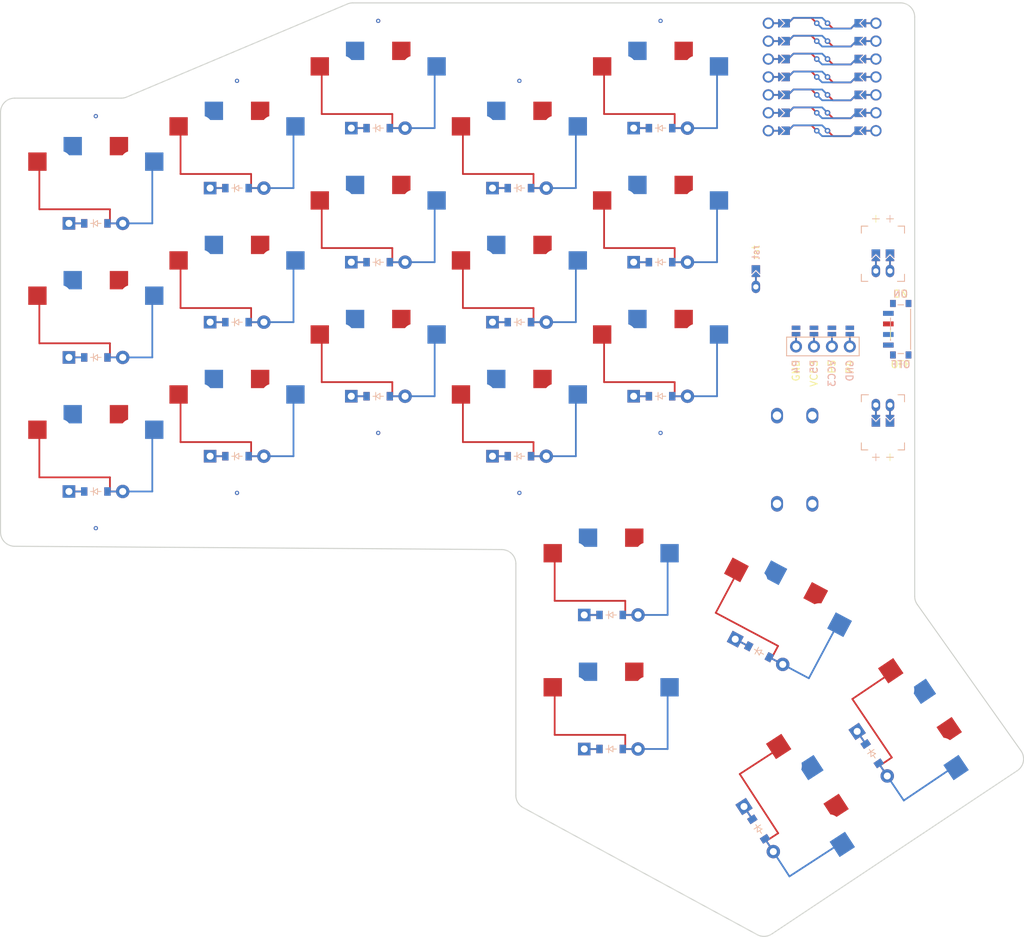
<source format=kicad_pcb>
(kicad_pcb (version 20171130) (host pcbnew 5.1.6)
  (title_block (title "bottom_pcb") (rev "v1.0.0") (company "Unknown"))
  (layers (0 F.Cu signal) (31 B.Cu signal) (34 B.Paste user) (35 F.Paste user) (36 B.SilkS user) (37 F.SilkS user) (38 B.Mask user) (39 F.Mask user) (44 Edge.Cuts user))
  (net 0 "")
  (net 1 "P10")
  (net 2 "pinky_bottom")
  (net 3 "pinky_home")
  (net 4 "pinky_top")
  (net 5 "P9")
  (net 6 "ring_bottom")
  (net 7 "ring_home")
  (net 8 "ring_top")
  (net 9 "P8")
  (net 10 "middle_bottom")
  (net 11 "middle_home")
  (net 12 "middle_top")
  (net 13 "P7")
  (net 14 "index_bottom")
  (net 15 "index_home")
  (net 16 "index_top")
  (net 17 "P6")
  (net 18 "inner_bottom")
  (net 19 "inner_home")
  (net 20 "inner_top")
  (net 21 "near_thumb")
  (net 22 "home_thumb")
  (net 23 "far_thumb")
  (net 24 "home_thumbLow")
  (net 25 "far_thumbLow")
  (net 26 "P2")
  (net 27 "P1")
  (net 28 "P0")
  (net 29 "P3")
  (net 30 "VCC5")
  (net 31 "GND")
  (net 32 "VCC3")
  (net 33 "RST")
  (net 34 "RAW")
  (net 35 "NFC0")
  (net 36 "NFC1")
  (net 37 "CLK")
  (net 38 "DIO")
  (net 39 "P4")
  (net 40 "P5")
  (net 41 "DISP1_1")
  (net 42 "DISP1_2")
  (net 43 "DISP1_3")
  (net 44 "DISP1_4")
  (net 45 "BAT_P")
  (net 46 "BAT_N")
  (net 47 "JST1_1")
  (net 48 "JST1_2")
  (net 49 "MCU_BAT_P")
  (net 50 "JST2_1")
  (net 51 "JST2_2")
  (net 52 "PIN1_1")
  (module PG1350 (layer F.Cu) (at 100 200 0)
    (fp_text reference "S1" hide)
    (fp_text value "" hide)
    (pad "" np_thru_hole circle (at 0 0) (size 3.429 3.429) (drill 3.429) (layers *.Cu *.Mask))
    (pad "" np_thru_hole circle (at 5.5 0) (size 1.7018 1.7018) (drill 1.7018) (layers *.Cu *.Mask))
    (pad "" np_thru_hole circle (at -5.5 0) (size 1.7018 1.7018) (drill 1.7018) (layers *.Cu *.Mask))
    (pad "" np_thru_hole circle (at 5 -3.75) (size 3 3) (drill 3) (layers *.Cu *.Mask))
    (pad "" np_thru_hole circle (at 0 -5.95) (size 3 3) (drill 3) (layers *.Cu *.Mask))
    (pad 1 smd rect (at -3.275 -5.95 0) (size 2.6 2.6) (layers B.Cu B.Paste B.Mask) (net 1 "P10"))
    (pad 2 smd rect (at 8.275 -3.75 0) (size 2.6 2.6) (layers B.Cu B.Paste B.Mask) (net 2 "pinky_bottom"))
    (pad "" np_thru_hole circle (at -5 -3.75) (size 3 3) (drill 3) (layers *.Cu *.Mask))
    (pad "" np_thru_hole circle (at 0 -5.95) (size 3 3) (drill 3) (layers *.Cu *.Mask))
    (pad 1 smd rect (at 3.275 -5.95 0) (size 2.6 2.6) (layers F.Cu F.Paste F.Mask) (net 1 "P10"))
    (pad 2 smd rect (at -8.275 -3.75 0) (size 2.6 2.6) (layers F.Cu F.Paste F.Mask) (net 2 "pinky_bottom"))
  )
  (module PG1350 (layer F.Cu) (at 100 181 0)
    (fp_text reference "S2" hide)
    (fp_text value "" hide)
    (pad "" np_thru_hole circle (at 0 0) (size 3.429 3.429) (drill 3.429) (layers *.Cu *.Mask))
    (pad "" np_thru_hole circle (at 5.5 0) (size 1.7018 1.7018) (drill 1.7018) (layers *.Cu *.Mask))
    (pad "" np_thru_hole circle (at -5.5 0) (size 1.7018 1.7018) (drill 1.7018) (layers *.Cu *.Mask))
    (pad "" np_thru_hole circle (at 5 -3.75) (size 3 3) (drill 3) (layers *.Cu *.Mask))
    (pad "" np_thru_hole circle (at 0 -5.95) (size 3 3) (drill 3) (layers *.Cu *.Mask))
    (pad 1 smd rect (at -3.275 -5.95 0) (size 2.6 2.6) (layers B.Cu B.Paste B.Mask) (net 1 "P10"))
    (pad 2 smd rect (at 8.275 -3.75 0) (size 2.6 2.6) (layers B.Cu B.Paste B.Mask) (net 3 "pinky_home"))
    (pad "" np_thru_hole circle (at -5 -3.75) (size 3 3) (drill 3) (layers *.Cu *.Mask))
    (pad "" np_thru_hole circle (at 0 -5.95) (size 3 3) (drill 3) (layers *.Cu *.Mask))
    (pad 1 smd rect (at 3.275 -5.95 0) (size 2.6 2.6) (layers F.Cu F.Paste F.Mask) (net 1 "P10"))
    (pad 2 smd rect (at -8.275 -3.75 0) (size 2.6 2.6) (layers F.Cu F.Paste F.Mask) (net 3 "pinky_home"))
  )
  (module PG1350 (layer F.Cu) (at 100 162 0)
    (fp_text reference "S3" hide)
    (fp_text value "" hide)
    (pad "" np_thru_hole circle (at 0 0) (size 3.429 3.429) (drill 3.429) (layers *.Cu *.Mask))
    (pad "" np_thru_hole circle (at 5.5 0) (size 1.7018 1.7018) (drill 1.7018) (layers *.Cu *.Mask))
    (pad "" np_thru_hole circle (at -5.5 0) (size 1.7018 1.7018) (drill 1.7018) (layers *.Cu *.Mask))
    (pad "" np_thru_hole circle (at 5 -3.75) (size 3 3) (drill 3) (layers *.Cu *.Mask))
    (pad "" np_thru_hole circle (at 0 -5.95) (size 3 3) (drill 3) (layers *.Cu *.Mask))
    (pad 1 smd rect (at -3.275 -5.95 0) (size 2.6 2.6) (layers B.Cu B.Paste B.Mask) (net 1 "P10"))
    (pad 2 smd rect (at 8.275 -3.75 0) (size 2.6 2.6) (layers B.Cu B.Paste B.Mask) (net 4 "pinky_top"))
    (pad "" np_thru_hole circle (at -5 -3.75) (size 3 3) (drill 3) (layers *.Cu *.Mask))
    (pad "" np_thru_hole circle (at 0 -5.95) (size 3 3) (drill 3) (layers *.Cu *.Mask))
    (pad 1 smd rect (at 3.275 -5.95 0) (size 2.6 2.6) (layers F.Cu F.Paste F.Mask) (net 1 "P10"))
    (pad 2 smd rect (at -8.275 -3.75 0) (size 2.6 2.6) (layers F.Cu F.Paste F.Mask) (net 4 "pinky_top"))
  )
  (module PG1350 (layer F.Cu) (at 120 195 0)
    (fp_text reference "S4" hide)
    (fp_text value "" hide)
    (pad "" np_thru_hole circle (at 0 0) (size 3.429 3.429) (drill 3.429) (layers *.Cu *.Mask))
    (pad "" np_thru_hole circle (at 5.5 0) (size 1.7018 1.7018) (drill 1.7018) (layers *.Cu *.Mask))
    (pad "" np_thru_hole circle (at -5.5 0) (size 1.7018 1.7018) (drill 1.7018) (layers *.Cu *.Mask))
    (pad "" np_thru_hole circle (at 5 -3.75) (size 3 3) (drill 3) (layers *.Cu *.Mask))
    (pad "" np_thru_hole circle (at 0 -5.95) (size 3 3) (drill 3) (layers *.Cu *.Mask))
    (pad 1 smd rect (at -3.275 -5.95 0) (size 2.6 2.6) (layers B.Cu B.Paste B.Mask) (net 5 "P9"))
    (pad 2 smd rect (at 8.275 -3.75 0) (size 2.6 2.6) (layers B.Cu B.Paste B.Mask) (net 6 "ring_bottom"))
    (pad "" np_thru_hole circle (at -5 -3.75) (size 3 3) (drill 3) (layers *.Cu *.Mask))
    (pad "" np_thru_hole circle (at 0 -5.95) (size 3 3) (drill 3) (layers *.Cu *.Mask))
    (pad 1 smd rect (at 3.275 -5.95 0) (size 2.6 2.6) (layers F.Cu F.Paste F.Mask) (net 5 "P9"))
    (pad 2 smd rect (at -8.275 -3.75 0) (size 2.6 2.6) (layers F.Cu F.Paste F.Mask) (net 6 "ring_bottom"))
  )
  (module PG1350 (layer F.Cu) (at 120 176 0)
    (fp_text reference "S5" hide)
    (fp_text value "" hide)
    (pad "" np_thru_hole circle (at 0 0) (size 3.429 3.429) (drill 3.429) (layers *.Cu *.Mask))
    (pad "" np_thru_hole circle (at 5.5 0) (size 1.7018 1.7018) (drill 1.7018) (layers *.Cu *.Mask))
    (pad "" np_thru_hole circle (at -5.5 0) (size 1.7018 1.7018) (drill 1.7018) (layers *.Cu *.Mask))
    (pad "" np_thru_hole circle (at 5 -3.75) (size 3 3) (drill 3) (layers *.Cu *.Mask))
    (pad "" np_thru_hole circle (at 0 -5.95) (size 3 3) (drill 3) (layers *.Cu *.Mask))
    (pad 1 smd rect (at -3.275 -5.95 0) (size 2.6 2.6) (layers B.Cu B.Paste B.Mask) (net 5 "P9"))
    (pad 2 smd rect (at 8.275 -3.75 0) (size 2.6 2.6) (layers B.Cu B.Paste B.Mask) (net 7 "ring_home"))
    (pad "" np_thru_hole circle (at -5 -3.75) (size 3 3) (drill 3) (layers *.Cu *.Mask))
    (pad "" np_thru_hole circle (at 0 -5.95) (size 3 3) (drill 3) (layers *.Cu *.Mask))
    (pad 1 smd rect (at 3.275 -5.95 0) (size 2.6 2.6) (layers F.Cu F.Paste F.Mask) (net 5 "P9"))
    (pad 2 smd rect (at -8.275 -3.75 0) (size 2.6 2.6) (layers F.Cu F.Paste F.Mask) (net 7 "ring_home"))
  )
  (module PG1350 (layer F.Cu) (at 120 157 0)
    (fp_text reference "S6" hide)
    (fp_text value "" hide)
    (pad "" np_thru_hole circle (at 0 0) (size 3.429 3.429) (drill 3.429) (layers *.Cu *.Mask))
    (pad "" np_thru_hole circle (at 5.5 0) (size 1.7018 1.7018) (drill 1.7018) (layers *.Cu *.Mask))
    (pad "" np_thru_hole circle (at -5.5 0) (size 1.7018 1.7018) (drill 1.7018) (layers *.Cu *.Mask))
    (pad "" np_thru_hole circle (at 5 -3.75) (size 3 3) (drill 3) (layers *.Cu *.Mask))
    (pad "" np_thru_hole circle (at 0 -5.95) (size 3 3) (drill 3) (layers *.Cu *.Mask))
    (pad 1 smd rect (at -3.275 -5.95 0) (size 2.6 2.6) (layers B.Cu B.Paste B.Mask) (net 5 "P9"))
    (pad 2 smd rect (at 8.275 -3.75 0) (size 2.6 2.6) (layers B.Cu B.Paste B.Mask) (net 8 "ring_top"))
    (pad "" np_thru_hole circle (at -5 -3.75) (size 3 3) (drill 3) (layers *.Cu *.Mask))
    (pad "" np_thru_hole circle (at 0 -5.95) (size 3 3) (drill 3) (layers *.Cu *.Mask))
    (pad 1 smd rect (at 3.275 -5.95 0) (size 2.6 2.6) (layers F.Cu F.Paste F.Mask) (net 5 "P9"))
    (pad 2 smd rect (at -8.275 -3.75 0) (size 2.6 2.6) (layers F.Cu F.Paste F.Mask) (net 8 "ring_top"))
  )
  (module PG1350 (layer F.Cu) (at 140 186.5 0)
    (fp_text reference "S7" hide)
    (fp_text value "" hide)
    (pad "" np_thru_hole circle (at 0 0) (size 3.429 3.429) (drill 3.429) (layers *.Cu *.Mask))
    (pad "" np_thru_hole circle (at 5.5 0) (size 1.7018 1.7018) (drill 1.7018) (layers *.Cu *.Mask))
    (pad "" np_thru_hole circle (at -5.5 0) (size 1.7018 1.7018) (drill 1.7018) (layers *.Cu *.Mask))
    (pad "" np_thru_hole circle (at 5 -3.75) (size 3 3) (drill 3) (layers *.Cu *.Mask))
    (pad "" np_thru_hole circle (at 0 -5.95) (size 3 3) (drill 3) (layers *.Cu *.Mask))
    (pad 1 smd rect (at -3.275 -5.95 0) (size 2.6 2.6) (layers B.Cu B.Paste B.Mask) (net 9 "P8"))
    (pad 2 smd rect (at 8.275 -3.75 0) (size 2.6 2.6) (layers B.Cu B.Paste B.Mask) (net 10 "middle_bottom"))
    (pad "" np_thru_hole circle (at -5 -3.75) (size 3 3) (drill 3) (layers *.Cu *.Mask))
    (pad "" np_thru_hole circle (at 0 -5.95) (size 3 3) (drill 3) (layers *.Cu *.Mask))
    (pad 1 smd rect (at 3.275 -5.95 0) (size 2.6 2.6) (layers F.Cu F.Paste F.Mask) (net 9 "P8"))
    (pad 2 smd rect (at -8.275 -3.75 0) (size 2.6 2.6) (layers F.Cu F.Paste F.Mask) (net 10 "middle_bottom"))
  )
  (module PG1350 (layer F.Cu) (at 140 167.5 0)
    (fp_text reference "S8" hide)
    (fp_text value "" hide)
    (pad "" np_thru_hole circle (at 0 0) (size 3.429 3.429) (drill 3.429) (layers *.Cu *.Mask))
    (pad "" np_thru_hole circle (at 5.5 0) (size 1.7018 1.7018) (drill 1.7018) (layers *.Cu *.Mask))
    (pad "" np_thru_hole circle (at -5.5 0) (size 1.7018 1.7018) (drill 1.7018) (layers *.Cu *.Mask))
    (pad "" np_thru_hole circle (at 5 -3.75) (size 3 3) (drill 3) (layers *.Cu *.Mask))
    (pad "" np_thru_hole circle (at 0 -5.95) (size 3 3) (drill 3) (layers *.Cu *.Mask))
    (pad 1 smd rect (at -3.275 -5.95 0) (size 2.6 2.6) (layers B.Cu B.Paste B.Mask) (net 9 "P8"))
    (pad 2 smd rect (at 8.275 -3.75 0) (size 2.6 2.6) (layers B.Cu B.Paste B.Mask) (net 11 "middle_home"))
    (pad "" np_thru_hole circle (at -5 -3.75) (size 3 3) (drill 3) (layers *.Cu *.Mask))
    (pad "" np_thru_hole circle (at 0 -5.95) (size 3 3) (drill 3) (layers *.Cu *.Mask))
    (pad 1 smd rect (at 3.275 -5.95 0) (size 2.6 2.6) (layers F.Cu F.Paste F.Mask) (net 9 "P8"))
    (pad 2 smd rect (at -8.275 -3.75 0) (size 2.6 2.6) (layers F.Cu F.Paste F.Mask) (net 11 "middle_home"))
  )
  (module PG1350 (layer F.Cu) (at 140 148.5 0)
    (fp_text reference "S9" hide)
    (fp_text value "" hide)
    (pad "" np_thru_hole circle (at 0 0) (size 3.429 3.429) (drill 3.429) (layers *.Cu *.Mask))
    (pad "" np_thru_hole circle (at 5.5 0) (size 1.7018 1.7018) (drill 1.7018) (layers *.Cu *.Mask))
    (pad "" np_thru_hole circle (at -5.5 0) (size 1.7018 1.7018) (drill 1.7018) (layers *.Cu *.Mask))
    (pad "" np_thru_hole circle (at 5 -3.75) (size 3 3) (drill 3) (layers *.Cu *.Mask))
    (pad "" np_thru_hole circle (at 0 -5.95) (size 3 3) (drill 3) (layers *.Cu *.Mask))
    (pad 1 smd rect (at -3.275 -5.95 0) (size 2.6 2.6) (layers B.Cu B.Paste B.Mask) (net 9 "P8"))
    (pad 2 smd rect (at 8.275 -3.75 0) (size 2.6 2.6) (layers B.Cu B.Paste B.Mask) (net 12 "middle_top"))
    (pad "" np_thru_hole circle (at -5 -3.75) (size 3 3) (drill 3) (layers *.Cu *.Mask))
    (pad "" np_thru_hole circle (at 0 -5.95) (size 3 3) (drill 3) (layers *.Cu *.Mask))
    (pad 1 smd rect (at 3.275 -5.95 0) (size 2.6 2.6) (layers F.Cu F.Paste F.Mask) (net 9 "P8"))
    (pad 2 smd rect (at -8.275 -3.75 0) (size 2.6 2.6) (layers F.Cu F.Paste F.Mask) (net 12 "middle_top"))
  )
  (module PG1350 (layer F.Cu) (at 160 195 0)
    (fp_text reference "S10" hide)
    (fp_text value "" hide)
    (pad "" np_thru_hole circle (at 0 0) (size 3.429 3.429) (drill 3.429) (layers *.Cu *.Mask))
    (pad "" np_thru_hole circle (at 5.5 0) (size 1.7018 1.7018) (drill 1.7018) (layers *.Cu *.Mask))
    (pad "" np_thru_hole circle (at -5.5 0) (size 1.7018 1.7018) (drill 1.7018) (layers *.Cu *.Mask))
    (pad "" np_thru_hole circle (at 5 -3.75) (size 3 3) (drill 3) (layers *.Cu *.Mask))
    (pad "" np_thru_hole circle (at 0 -5.95) (size 3 3) (drill 3) (layers *.Cu *.Mask))
    (pad 1 smd rect (at -3.275 -5.95 0) (size 2.6 2.6) (layers B.Cu B.Paste B.Mask) (net 13 "P7"))
    (pad 2 smd rect (at 8.275 -3.75 0) (size 2.6 2.6) (layers B.Cu B.Paste B.Mask) (net 14 "index_bottom"))
    (pad "" np_thru_hole circle (at -5 -3.75) (size 3 3) (drill 3) (layers *.Cu *.Mask))
    (pad "" np_thru_hole circle (at 0 -5.95) (size 3 3) (drill 3) (layers *.Cu *.Mask))
    (pad 1 smd rect (at 3.275 -5.95 0) (size 2.6 2.6) (layers F.Cu F.Paste F.Mask) (net 13 "P7"))
    (pad 2 smd rect (at -8.275 -3.75 0) (size 2.6 2.6) (layers F.Cu F.Paste F.Mask) (net 14 "index_bottom"))
  )
  (module PG1350 (layer F.Cu) (at 160 176 0)
    (fp_text reference "S11" hide)
    (fp_text value "" hide)
    (pad "" np_thru_hole circle (at 0 0) (size 3.429 3.429) (drill 3.429) (layers *.Cu *.Mask))
    (pad "" np_thru_hole circle (at 5.5 0) (size 1.7018 1.7018) (drill 1.7018) (layers *.Cu *.Mask))
    (pad "" np_thru_hole circle (at -5.5 0) (size 1.7018 1.7018) (drill 1.7018) (layers *.Cu *.Mask))
    (pad "" np_thru_hole circle (at 5 -3.75) (size 3 3) (drill 3) (layers *.Cu *.Mask))
    (pad "" np_thru_hole circle (at 0 -5.95) (size 3 3) (drill 3) (layers *.Cu *.Mask))
    (pad 1 smd rect (at -3.275 -5.95 0) (size 2.6 2.6) (layers B.Cu B.Paste B.Mask) (net 13 "P7"))
    (pad 2 smd rect (at 8.275 -3.75 0) (size 2.6 2.6) (layers B.Cu B.Paste B.Mask) (net 15 "index_home"))
    (pad "" np_thru_hole circle (at -5 -3.75) (size 3 3) (drill 3) (layers *.Cu *.Mask))
    (pad "" np_thru_hole circle (at 0 -5.95) (size 3 3) (drill 3) (layers *.Cu *.Mask))
    (pad 1 smd rect (at 3.275 -5.95 0) (size 2.6 2.6) (layers F.Cu F.Paste F.Mask) (net 13 "P7"))
    (pad 2 smd rect (at -8.275 -3.75 0) (size 2.6 2.6) (layers F.Cu F.Paste F.Mask) (net 15 "index_home"))
  )
  (module PG1350 (layer F.Cu) (at 160 157 0)
    (fp_text reference "S12" hide)
    (fp_text value "" hide)
    (pad "" np_thru_hole circle (at 0 0) (size 3.429 3.429) (drill 3.429) (layers *.Cu *.Mask))
    (pad "" np_thru_hole circle (at 5.5 0) (size 1.7018 1.7018) (drill 1.7018) (layers *.Cu *.Mask))
    (pad "" np_thru_hole circle (at -5.5 0) (size 1.7018 1.7018) (drill 1.7018) (layers *.Cu *.Mask))
    (pad "" np_thru_hole circle (at 5 -3.75) (size 3 3) (drill 3) (layers *.Cu *.Mask))
    (pad "" np_thru_hole circle (at 0 -5.95) (size 3 3) (drill 3) (layers *.Cu *.Mask))
    (pad 1 smd rect (at -3.275 -5.95 0) (size 2.6 2.6) (layers B.Cu B.Paste B.Mask) (net 13 "P7"))
    (pad 2 smd rect (at 8.275 -3.75 0) (size 2.6 2.6) (layers B.Cu B.Paste B.Mask) (net 16 "index_top"))
    (pad "" np_thru_hole circle (at -5 -3.75) (size 3 3) (drill 3) (layers *.Cu *.Mask))
    (pad "" np_thru_hole circle (at 0 -5.95) (size 3 3) (drill 3) (layers *.Cu *.Mask))
    (pad 1 smd rect (at 3.275 -5.95 0) (size 2.6 2.6) (layers F.Cu F.Paste F.Mask) (net 13 "P7"))
    (pad 2 smd rect (at -8.275 -3.75 0) (size 2.6 2.6) (layers F.Cu F.Paste F.Mask) (net 16 "index_top"))
  )
  (module PG1350 (layer F.Cu) (at 180 186.5 0)
    (fp_text reference "S13" hide)
    (fp_text value "" hide)
    (pad "" np_thru_hole circle (at 0 0) (size 3.429 3.429) (drill 3.429) (layers *.Cu *.Mask))
    (pad "" np_thru_hole circle (at 5.5 0) (size 1.7018 1.7018) (drill 1.7018) (layers *.Cu *.Mask))
    (pad "" np_thru_hole circle (at -5.5 0) (size 1.7018 1.7018) (drill 1.7018) (layers *.Cu *.Mask))
    (pad "" np_thru_hole circle (at 5 -3.75) (size 3 3) (drill 3) (layers *.Cu *.Mask))
    (pad "" np_thru_hole circle (at 0 -5.95) (size 3 3) (drill 3) (layers *.Cu *.Mask))
    (pad 1 smd rect (at -3.275 -5.95 0) (size 2.6 2.6) (layers B.Cu B.Paste B.Mask) (net 17 "P6"))
    (pad 2 smd rect (at 8.275 -3.75 0) (size 2.6 2.6) (layers B.Cu B.Paste B.Mask) (net 18 "inner_bottom"))
    (pad "" np_thru_hole circle (at -5 -3.75) (size 3 3) (drill 3) (layers *.Cu *.Mask))
    (pad "" np_thru_hole circle (at 0 -5.95) (size 3 3) (drill 3) (layers *.Cu *.Mask))
    (pad 1 smd rect (at 3.275 -5.95 0) (size 2.6 2.6) (layers F.Cu F.Paste F.Mask) (net 17 "P6"))
    (pad 2 smd rect (at -8.275 -3.75 0) (size 2.6 2.6) (layers F.Cu F.Paste F.Mask) (net 18 "inner_bottom"))
  )
  (module PG1350 (layer F.Cu) (at 180 167.5 0)
    (fp_text reference "S14" hide)
    (fp_text value "" hide)
    (pad "" np_thru_hole circle (at 0 0) (size 3.429 3.429) (drill 3.429) (layers *.Cu *.Mask))
    (pad "" np_thru_hole circle (at 5.5 0) (size 1.7018 1.7018) (drill 1.7018) (layers *.Cu *.Mask))
    (pad "" np_thru_hole circle (at -5.5 0) (size 1.7018 1.7018) (drill 1.7018) (layers *.Cu *.Mask))
    (pad "" np_thru_hole circle (at 5 -3.75) (size 3 3) (drill 3) (layers *.Cu *.Mask))
    (pad "" np_thru_hole circle (at 0 -5.95) (size 3 3) (drill 3) (layers *.Cu *.Mask))
    (pad 1 smd rect (at -3.275 -5.95 0) (size 2.6 2.6) (layers B.Cu B.Paste B.Mask) (net 17 "P6"))
    (pad 2 smd rect (at 8.275 -3.75 0) (size 2.6 2.6) (layers B.Cu B.Paste B.Mask) (net 19 "inner_home"))
    (pad "" np_thru_hole circle (at -5 -3.75) (size 3 3) (drill 3) (layers *.Cu *.Mask))
    (pad "" np_thru_hole circle (at 0 -5.95) (size 3 3) (drill 3) (layers *.Cu *.Mask))
    (pad 1 smd rect (at 3.275 -5.95 0) (size 2.6 2.6) (layers F.Cu F.Paste F.Mask) (net 17 "P6"))
    (pad 2 smd rect (at -8.275 -3.75 0) (size 2.6 2.6) (layers F.Cu F.Paste F.Mask) (net 19 "inner_home"))
  )
  (module PG1350 (layer F.Cu) (at 180 148.5 0)
    (fp_text reference "S15" hide)
    (fp_text value "" hide)
    (pad "" np_thru_hole circle (at 0 0) (size 3.429 3.429) (drill 3.429) (layers *.Cu *.Mask))
    (pad "" np_thru_hole circle (at 5.5 0) (size 1.7018 1.7018) (drill 1.7018) (layers *.Cu *.Mask))
    (pad "" np_thru_hole circle (at -5.5 0) (size 1.7018 1.7018) (drill 1.7018) (layers *.Cu *.Mask))
    (pad "" np_thru_hole circle (at 5 -3.75) (size 3 3) (drill 3) (layers *.Cu *.Mask))
    (pad "" np_thru_hole circle (at 0 -5.95) (size 3 3) (drill 3) (layers *.Cu *.Mask))
    (pad 1 smd rect (at -3.275 -5.95 0) (size 2.6 2.6) (layers B.Cu B.Paste B.Mask) (net 17 "P6"))
    (pad 2 smd rect (at 8.275 -3.75 0) (size 2.6 2.6) (layers B.Cu B.Paste B.Mask) (net 20 "inner_top"))
    (pad "" np_thru_hole circle (at -5 -3.75) (size 3 3) (drill 3) (layers *.Cu *.Mask))
    (pad "" np_thru_hole circle (at 0 -5.95) (size 3 3) (drill 3) (layers *.Cu *.Mask))
    (pad 1 smd rect (at 3.275 -5.95 0) (size 2.6 2.6) (layers F.Cu F.Paste F.Mask) (net 17 "P6"))
    (pad 2 smd rect (at -8.275 -3.75 0) (size 2.6 2.6) (layers F.Cu F.Paste F.Mask) (net 20 "inner_top"))
  )
  (module PG1350 (layer F.Cu) (at 173 217.5 0)
    (fp_text reference "S16" hide)
    (fp_text value "" hide)
    (pad "" np_thru_hole circle (at 0 0) (size 3.429 3.429) (drill 3.429) (layers *.Cu *.Mask))
    (pad "" np_thru_hole circle (at 5.5 0) (size 1.7018 1.7018) (drill 1.7018) (layers *.Cu *.Mask))
    (pad "" np_thru_hole circle (at -5.5 0) (size 1.7018 1.7018) (drill 1.7018) (layers *.Cu *.Mask))
    (pad "" np_thru_hole circle (at 5 -3.75) (size 3 3) (drill 3) (layers *.Cu *.Mask))
    (pad "" np_thru_hole circle (at 0 -5.95) (size 3 3) (drill 3) (layers *.Cu *.Mask))
    (pad 1 smd rect (at -3.275 -5.95 0) (size 2.6 2.6) (layers B.Cu B.Paste B.Mask) (net 9 "P8"))
    (pad 2 smd rect (at 8.275 -3.75 0) (size 2.6 2.6) (layers B.Cu B.Paste B.Mask) (net 21 "near_thumb"))
    (pad "" np_thru_hole circle (at -5 -3.75) (size 3 3) (drill 3) (layers *.Cu *.Mask))
    (pad "" np_thru_hole circle (at 0 -5.95) (size 3 3) (drill 3) (layers *.Cu *.Mask))
    (pad 1 smd rect (at 3.275 -5.95 0) (size 2.6 2.6) (layers F.Cu F.Paste F.Mask) (net 9 "P8"))
    (pad 2 smd rect (at -8.275 -3.75 0) (size 2.6 2.6) (layers F.Cu F.Paste F.Mask) (net 21 "near_thumb"))
  )
  (module PG1350 (layer F.Cu) (at 196.2894558 223.3067135 -28)
    (fp_text reference "S17" hide)
    (fp_text value "" hide)
    (pad "" np_thru_hole circle (at 0 0) (size 3.429 3.429) (drill 3.429) (layers *.Cu *.Mask))
    (pad "" np_thru_hole circle (at 5.5 0) (size 1.7018 1.7018) (drill 1.7018) (layers *.Cu *.Mask))
    (pad "" np_thru_hole circle (at -5.5 0) (size 1.7018 1.7018) (drill 1.7018) (layers *.Cu *.Mask))
    (pad "" np_thru_hole circle (at 5 -3.75) (size 3 3) (drill 3) (layers *.Cu *.Mask))
    (pad "" np_thru_hole circle (at 0 -5.95) (size 3 3) (drill 3) (layers *.Cu *.Mask))
    (pad 1 smd rect (at -3.275 -5.95 -28) (size 2.6 2.6) (layers B.Cu B.Paste B.Mask) (net 13 "P7"))
    (pad 2 smd rect (at 8.275 -3.75 -28) (size 2.6 2.6) (layers B.Cu B.Paste B.Mask) (net 22 "home_thumb"))
    (pad "" np_thru_hole circle (at -5 -3.75) (size 3 3) (drill 3) (layers *.Cu *.Mask))
    (pad "" np_thru_hole circle (at 0 -5.95) (size 3 3) (drill 3) (layers *.Cu *.Mask))
    (pad 1 smd rect (at 3.275 -5.95 -28) (size 2.6 2.6) (layers F.Cu F.Paste F.Mask) (net 13 "P7"))
    (pad 2 smd rect (at -8.275 -3.75 -28) (size 2.6 2.6) (layers F.Cu F.Paste F.Mask) (net 22 "home_thumb"))
  )
  (module PG1350 (layer F.Cu) (at 214.1267378 239.36747440000002 -56)
    (fp_text reference "S18" hide)
    (fp_text value "" hide)
    (pad "" np_thru_hole circle (at 0 0) (size 3.429 3.429) (drill 3.429) (layers *.Cu *.Mask))
    (pad "" np_thru_hole circle (at 5.5 0) (size 1.7018 1.7018) (drill 1.7018) (layers *.Cu *.Mask))
    (pad "" np_thru_hole circle (at -5.5 0) (size 1.7018 1.7018) (drill 1.7018) (layers *.Cu *.Mask))
    (pad "" np_thru_hole circle (at 5 -3.75) (size 3 3) (drill 3) (layers *.Cu *.Mask))
    (pad "" np_thru_hole circle (at 0 -5.95) (size 3 3) (drill 3) (layers *.Cu *.Mask))
    (pad 1 smd rect (at -3.275 -5.95 -56) (size 2.6 2.6) (layers B.Cu B.Paste B.Mask) (net 17 "P6"))
    (pad 2 smd rect (at 8.275 -3.75 -56) (size 2.6 2.6) (layers B.Cu B.Paste B.Mask) (net 23 "far_thumb"))
    (pad "" np_thru_hole circle (at -5 -3.75) (size 3 3) (drill 3) (layers *.Cu *.Mask))
    (pad "" np_thru_hole circle (at 0 -5.95) (size 3 3) (drill 3) (layers *.Cu *.Mask))
    (pad 1 smd rect (at 3.275 -5.95 -56) (size 2.6 2.6) (layers F.Cu F.Paste F.Mask) (net 17 "P6"))
    (pad 2 smd rect (at -8.275 -3.75 -56) (size 2.6 2.6) (layers F.Cu F.Paste F.Mask) (net 23 "far_thumb"))
  )
  (module PG1350 (layer F.Cu) (at 173 236.5 0)
    (fp_text reference "S19" hide)
    (fp_text value "" hide)
    (pad "" np_thru_hole circle (at 0 0) (size 3.429 3.429) (drill 3.429) (layers *.Cu *.Mask))
    (pad "" np_thru_hole circle (at 5.5 0) (size 1.7018 1.7018) (drill 1.7018) (layers *.Cu *.Mask))
    (pad "" np_thru_hole circle (at -5.5 0) (size 1.7018 1.7018) (drill 1.7018) (layers *.Cu *.Mask))
    (pad "" np_thru_hole circle (at 5 -3.75) (size 3 3) (drill 3) (layers *.Cu *.Mask))
    (pad "" np_thru_hole circle (at 0 -5.95) (size 3 3) (drill 3) (layers *.Cu *.Mask))
    (pad 1 smd rect (at -3.275 -5.95 0) (size 2.6 2.6) (layers B.Cu B.Paste B.Mask) (net 5 "P9"))
    (pad 2 smd rect (at 8.275 -3.75 0) (size 2.6 2.6) (layers B.Cu B.Paste B.Mask) (net 24 "home_thumbLow"))
    (pad "" np_thru_hole circle (at -5 -3.75) (size 3 3) (drill 3) (layers *.Cu *.Mask))
    (pad "" np_thru_hole circle (at 0 -5.95) (size 3 3) (drill 3) (layers *.Cu *.Mask))
    (pad 1 smd rect (at 3.275 -5.95 0) (size 2.6 2.6) (layers F.Cu F.Paste F.Mask) (net 5 "P9"))
    (pad 2 smd rect (at -8.275 -3.75 0) (size 2.6 2.6) (layers F.Cu F.Paste F.Mask) (net 24 "home_thumbLow"))
  )
  (module PG1350 (layer F.Cu) (at 198.0911019 250.1233568 -57)
    (fp_text reference "S20" hide)
    (fp_text value "" hide)
    (pad "" np_thru_hole circle (at 0 0) (size 3.429 3.429) (drill 3.429) (layers *.Cu *.Mask))
    (pad "" np_thru_hole circle (at 5.5 0) (size 1.7018 1.7018) (drill 1.7018) (layers *.Cu *.Mask))
    (pad "" np_thru_hole circle (at -5.5 0) (size 1.7018 1.7018) (drill 1.7018) (layers *.Cu *.Mask))
    (pad "" np_thru_hole circle (at 5 -3.75) (size 3 3) (drill 3) (layers *.Cu *.Mask))
    (pad "" np_thru_hole circle (at 0 -5.95) (size 3 3) (drill 3) (layers *.Cu *.Mask))
    (pad 1 smd rect (at -3.275 -5.95 -57) (size 2.6 2.6) (layers B.Cu B.Paste B.Mask) (net 1 "P10"))
    (pad 2 smd rect (at 8.275 -3.75 -57) (size 2.6 2.6) (layers B.Cu B.Paste B.Mask) (net 25 "far_thumbLow"))
    (pad "" np_thru_hole circle (at -5 -3.75) (size 3 3) (drill 3) (layers *.Cu *.Mask))
    (pad "" np_thru_hole circle (at 0 -5.95) (size 3 3) (drill 3) (layers *.Cu *.Mask))
    (pad 1 smd rect (at 3.275 -5.95 -57) (size 2.6 2.6) (layers F.Cu F.Paste F.Mask) (net 1 "P10"))
    (pad 2 smd rect (at -8.275 -3.75 -57) (size 2.6 2.6) (layers F.Cu F.Paste F.Mask) (net 25 "far_thumbLow"))
  )
  (module ComboDiode (layer F.Cu) (at 100 205 0)
    (fp_text reference "D1" hide)
    (fp_text value "" hide)
    (pad 1 smd rect (at -1.65 0 0) (size 0.9 1.2) (layers F.Cu F.Paste F.Mask) (net 26 "P2"))
    (pad 2 smd rect (at 1.65 0 0) (size 0.9 1.2) (layers B.Cu B.Paste B.Mask) (net 2 "pinky_bottom"))
    (pad 1 smd rect (at -1.65 0 0) (size 0.9 1.2) (layers B.Cu B.Paste B.Mask) (net 26 "P2"))
    (pad 2 smd rect (at 1.65 0 0) (size 0.9 1.2) (layers F.Cu F.Paste F.Mask) (net 2 "pinky_bottom"))
    (pad 1 thru_hole rect (at -3.81 0 0) (size 1.778 1.778) (drill 0.9906) (layers *.Cu *.Mask) (net 26 "P2"))
    (pad 2 thru_hole circle (at 3.81 0 0) (size 1.905 1.905) (drill 0.9906) (layers *.Cu *.Mask) (net 2 "pinky_bottom"))
  )
  (module ComboDiode (layer F.Cu) (at 100 186 0)
    (fp_text reference "D2" hide)
    (fp_text value "" hide)
    (pad 1 smd rect (at -1.65 0 0) (size 0.9 1.2) (layers F.Cu F.Paste F.Mask) (net 27 "P1"))
    (pad 2 smd rect (at 1.65 0 0) (size 0.9 1.2) (layers B.Cu B.Paste B.Mask) (net 3 "pinky_home"))
    (pad 1 smd rect (at -1.65 0 0) (size 0.9 1.2) (layers B.Cu B.Paste B.Mask) (net 27 "P1"))
    (pad 2 smd rect (at 1.65 0 0) (size 0.9 1.2) (layers F.Cu F.Paste F.Mask) (net 3 "pinky_home"))
    (pad 1 thru_hole rect (at -3.81 0 0) (size 1.778 1.778) (drill 0.9906) (layers *.Cu *.Mask) (net 27 "P1"))
    (pad 2 thru_hole circle (at 3.81 0 0) (size 1.905 1.905) (drill 0.9906) (layers *.Cu *.Mask) (net 3 "pinky_home"))
  )
  (module ComboDiode (layer F.Cu) (at 100 167 0)
    (fp_text reference "D3" hide)
    (fp_text value "" hide)
    (pad 1 smd rect (at -1.65 0 0) (size 0.9 1.2) (layers F.Cu F.Paste F.Mask) (net 28 "P0"))
    (pad 2 smd rect (at 1.65 0 0) (size 0.9 1.2) (layers B.Cu B.Paste B.Mask) (net 4 "pinky_top"))
    (pad 1 smd rect (at -1.65 0 0) (size 0.9 1.2) (layers B.Cu B.Paste B.Mask) (net 28 "P0"))
    (pad 2 smd rect (at 1.65 0 0) (size 0.9 1.2) (layers F.Cu F.Paste F.Mask) (net 4 "pinky_top"))
    (pad 1 thru_hole rect (at -3.81 0 0) (size 1.778 1.778) (drill 0.9906) (layers *.Cu *.Mask) (net 28 "P0"))
    (pad 2 thru_hole circle (at 3.81 0 0) (size 1.905 1.905) (drill 0.9906) (layers *.Cu *.Mask) (net 4 "pinky_top"))
  )
  (module ComboDiode (layer F.Cu) (at 120 200 0)
    (fp_text reference "D4" hide)
    (fp_text value "" hide)
    (pad 1 smd rect (at -1.65 0 0) (size 0.9 1.2) (layers F.Cu F.Paste F.Mask) (net 26 "P2"))
    (pad 2 smd rect (at 1.65 0 0) (size 0.9 1.2) (layers B.Cu B.Paste B.Mask) (net 6 "ring_bottom"))
    (pad 1 smd rect (at -1.65 0 0) (size 0.9 1.2) (layers B.Cu B.Paste B.Mask) (net 26 "P2"))
    (pad 2 smd rect (at 1.65 0 0) (size 0.9 1.2) (layers F.Cu F.Paste F.Mask) (net 6 "ring_bottom"))
    (pad 1 thru_hole rect (at -3.81 0 0) (size 1.778 1.778) (drill 0.9906) (layers *.Cu *.Mask) (net 26 "P2"))
    (pad 2 thru_hole circle (at 3.81 0 0) (size 1.905 1.905) (drill 0.9906) (layers *.Cu *.Mask) (net 6 "ring_bottom"))
  )
  (module ComboDiode (layer F.Cu) (at 120 181 0)
    (fp_text reference "D5" hide)
    (fp_text value "" hide)
    (pad 1 smd rect (at -1.65 0 0) (size 0.9 1.2) (layers F.Cu F.Paste F.Mask) (net 27 "P1"))
    (pad 2 smd rect (at 1.65 0 0) (size 0.9 1.2) (layers B.Cu B.Paste B.Mask) (net 7 "ring_home"))
    (pad 1 smd rect (at -1.65 0 0) (size 0.9 1.2) (layers B.Cu B.Paste B.Mask) (net 27 "P1"))
    (pad 2 smd rect (at 1.65 0 0) (size 0.9 1.2) (layers F.Cu F.Paste F.Mask) (net 7 "ring_home"))
    (pad 1 thru_hole rect (at -3.81 0 0) (size 1.778 1.778) (drill 0.9906) (layers *.Cu *.Mask) (net 27 "P1"))
    (pad 2 thru_hole circle (at 3.81 0 0) (size 1.905 1.905) (drill 0.9906) (layers *.Cu *.Mask) (net 7 "ring_home"))
  )
  (module ComboDiode (layer F.Cu) (at 120 162 0)
    (fp_text reference "D6" hide)
    (fp_text value "" hide)
    (pad 1 smd rect (at -1.65 0 0) (size 0.9 1.2) (layers F.Cu F.Paste F.Mask) (net 28 "P0"))
    (pad 2 smd rect (at 1.65 0 0) (size 0.9 1.2) (layers B.Cu B.Paste B.Mask) (net 8 "ring_top"))
    (pad 1 smd rect (at -1.65 0 0) (size 0.9 1.2) (layers B.Cu B.Paste B.Mask) (net 28 "P0"))
    (pad 2 smd rect (at 1.65 0 0) (size 0.9 1.2) (layers F.Cu F.Paste F.Mask) (net 8 "ring_top"))
    (pad 1 thru_hole rect (at -3.81 0 0) (size 1.778 1.778) (drill 0.9906) (layers *.Cu *.Mask) (net 28 "P0"))
    (pad 2 thru_hole circle (at 3.81 0 0) (size 1.905 1.905) (drill 0.9906) (layers *.Cu *.Mask) (net 8 "ring_top"))
  )
  (module ComboDiode (layer F.Cu) (at 140 191.5 0)
    (fp_text reference "D7" hide)
    (fp_text value "" hide)
    (pad 1 smd rect (at -1.65 0 0) (size 0.9 1.2) (layers F.Cu F.Paste F.Mask) (net 26 "P2"))
    (pad 2 smd rect (at 1.65 0 0) (size 0.9 1.2) (layers B.Cu B.Paste B.Mask) (net 10 "middle_bottom"))
    (pad 1 smd rect (at -1.65 0 0) (size 0.9 1.2) (layers B.Cu B.Paste B.Mask) (net 26 "P2"))
    (pad 2 smd rect (at 1.65 0 0) (size 0.9 1.2) (layers F.Cu F.Paste F.Mask) (net 10 "middle_bottom"))
    (pad 1 thru_hole rect (at -3.81 0 0) (size 1.778 1.778) (drill 0.9906) (layers *.Cu *.Mask) (net 26 "P2"))
    (pad 2 thru_hole circle (at 3.81 0 0) (size 1.905 1.905) (drill 0.9906) (layers *.Cu *.Mask) (net 10 "middle_bottom"))
  )
  (module ComboDiode (layer F.Cu) (at 140 172.5 0)
    (fp_text reference "D8" hide)
    (fp_text value "" hide)
    (pad 1 smd rect (at -1.65 0 0) (size 0.9 1.2) (layers F.Cu F.Paste F.Mask) (net 27 "P1"))
    (pad 2 smd rect (at 1.65 0 0) (size 0.9 1.2) (layers B.Cu B.Paste B.Mask) (net 11 "middle_home"))
    (pad 1 smd rect (at -1.65 0 0) (size 0.9 1.2) (layers B.Cu B.Paste B.Mask) (net 27 "P1"))
    (pad 2 smd rect (at 1.65 0 0) (size 0.9 1.2) (layers F.Cu F.Paste F.Mask) (net 11 "middle_home"))
    (pad 1 thru_hole rect (at -3.81 0 0) (size 1.778 1.778) (drill 0.9906) (layers *.Cu *.Mask) (net 27 "P1"))
    (pad 2 thru_hole circle (at 3.81 0 0) (size 1.905 1.905) (drill 0.9906) (layers *.Cu *.Mask) (net 11 "middle_home"))
  )
  (module ComboDiode (layer F.Cu) (at 140 153.5 0)
    (fp_text reference "D9" hide)
    (fp_text value "" hide)
    (pad 1 smd rect (at -1.65 0 0) (size 0.9 1.2) (layers F.Cu F.Paste F.Mask) (net 28 "P0"))
    (pad 2 smd rect (at 1.65 0 0) (size 0.9 1.2) (layers B.Cu B.Paste B.Mask) (net 12 "middle_top"))
    (pad 1 smd rect (at -1.65 0 0) (size 0.9 1.2) (layers B.Cu B.Paste B.Mask) (net 28 "P0"))
    (pad 2 smd rect (at 1.65 0 0) (size 0.9 1.2) (layers F.Cu F.Paste F.Mask) (net 12 "middle_top"))
    (pad 1 thru_hole rect (at -3.81 0 0) (size 1.778 1.778) (drill 0.9906) (layers *.Cu *.Mask) (net 28 "P0"))
    (pad 2 thru_hole circle (at 3.81 0 0) (size 1.905 1.905) (drill 0.9906) (layers *.Cu *.Mask) (net 12 "middle_top"))
  )
  (module ComboDiode (layer F.Cu) (at 160 200 0)
    (fp_text reference "D10" hide)
    (fp_text value "" hide)
    (pad 1 smd rect (at -1.65 0 0) (size 0.9 1.2) (layers F.Cu F.Paste F.Mask) (net 26 "P2"))
    (pad 2 smd rect (at 1.65 0 0) (size 0.9 1.2) (layers B.Cu B.Paste B.Mask) (net 14 "index_bottom"))
    (pad 1 smd rect (at -1.65 0 0) (size 0.9 1.2) (layers B.Cu B.Paste B.Mask) (net 26 "P2"))
    (pad 2 smd rect (at 1.65 0 0) (size 0.9 1.2) (layers F.Cu F.Paste F.Mask) (net 14 "index_bottom"))
    (pad 1 thru_hole rect (at -3.81 0 0) (size 1.778 1.778) (drill 0.9906) (layers *.Cu *.Mask) (net 26 "P2"))
    (pad 2 thru_hole circle (at 3.81 0 0) (size 1.905 1.905) (drill 0.9906) (layers *.Cu *.Mask) (net 14 "index_bottom"))
  )
  (module ComboDiode (layer F.Cu) (at 160 181 0)
    (fp_text reference "D11" hide)
    (fp_text value "" hide)
    (pad 1 smd rect (at -1.65 0 0) (size 0.9 1.2) (layers F.Cu F.Paste F.Mask) (net 27 "P1"))
    (pad 2 smd rect (at 1.65 0 0) (size 0.9 1.2) (layers B.Cu B.Paste B.Mask) (net 15 "index_home"))
    (pad 1 smd rect (at -1.65 0 0) (size 0.9 1.2) (layers B.Cu B.Paste B.Mask) (net 27 "P1"))
    (pad 2 smd rect (at 1.65 0 0) (size 0.9 1.2) (layers F.Cu F.Paste F.Mask) (net 15 "index_home"))
    (pad 1 thru_hole rect (at -3.81 0 0) (size 1.778 1.778) (drill 0.9906) (layers *.Cu *.Mask) (net 27 "P1"))
    (pad 2 thru_hole circle (at 3.81 0 0) (size 1.905 1.905) (drill 0.9906) (layers *.Cu *.Mask) (net 15 "index_home"))
  )
  (module ComboDiode (layer F.Cu) (at 160 162 0)
    (fp_text reference "D12" hide)
    (fp_text value "" hide)
    (pad 1 smd rect (at -1.65 0 0) (size 0.9 1.2) (layers F.Cu F.Paste F.Mask) (net 28 "P0"))
    (pad 2 smd rect (at 1.65 0 0) (size 0.9 1.2) (layers B.Cu B.Paste B.Mask) (net 16 "index_top"))
    (pad 1 smd rect (at -1.65 0 0) (size 0.9 1.2) (layers B.Cu B.Paste B.Mask) (net 28 "P0"))
    (pad 2 smd rect (at 1.65 0 0) (size 0.9 1.2) (layers F.Cu F.Paste F.Mask) (net 16 "index_top"))
    (pad 1 thru_hole rect (at -3.81 0 0) (size 1.778 1.778) (drill 0.9906) (layers *.Cu *.Mask) (net 28 "P0"))
    (pad 2 thru_hole circle (at 3.81 0 0) (size 1.905 1.905) (drill 0.9906) (layers *.Cu *.Mask) (net 16 "index_top"))
  )
  (module ComboDiode (layer F.Cu) (at 180 191.5 0)
    (fp_text reference "D13" hide)
    (fp_text value "" hide)
    (pad 1 smd rect (at -1.65 0 0) (size 0.9 1.2) (layers F.Cu F.Paste F.Mask) (net 26 "P2"))
    (pad 2 smd rect (at 1.65 0 0) (size 0.9 1.2) (layers B.Cu B.Paste B.Mask) (net 18 "inner_bottom"))
    (pad 1 smd rect (at -1.65 0 0) (size 0.9 1.2) (layers B.Cu B.Paste B.Mask) (net 26 "P2"))
    (pad 2 smd rect (at 1.65 0 0) (size 0.9 1.2) (layers F.Cu F.Paste F.Mask) (net 18 "inner_bottom"))
    (pad 1 thru_hole rect (at -3.81 0 0) (size 1.778 1.778) (drill 0.9906) (layers *.Cu *.Mask) (net 26 "P2"))
    (pad 2 thru_hole circle (at 3.81 0 0) (size 1.905 1.905) (drill 0.9906) (layers *.Cu *.Mask) (net 18 "inner_bottom"))
  )
  (module ComboDiode (layer F.Cu) (at 180 172.5 0)
    (fp_text reference "D14" hide)
    (fp_text value "" hide)
    (pad 1 smd rect (at -1.65 0 0) (size 0.9 1.2) (layers F.Cu F.Paste F.Mask) (net 27 "P1"))
    (pad 2 smd rect (at 1.65 0 0) (size 0.9 1.2) (layers B.Cu B.Paste B.Mask) (net 19 "inner_home"))
    (pad 1 smd rect (at -1.65 0 0) (size 0.9 1.2) (layers B.Cu B.Paste B.Mask) (net 27 "P1"))
    (pad 2 smd rect (at 1.65 0 0) (size 0.9 1.2) (layers F.Cu F.Paste F.Mask) (net 19 "inner_home"))
    (pad 1 thru_hole rect (at -3.81 0 0) (size 1.778 1.778) (drill 0.9906) (layers *.Cu *.Mask) (net 27 "P1"))
    (pad 2 thru_hole circle (at 3.81 0 0) (size 1.905 1.905) (drill 0.9906) (layers *.Cu *.Mask) (net 19 "inner_home"))
  )
  (module ComboDiode (layer F.Cu) (at 180 153.5 0)
    (fp_text reference "D15" hide)
    (fp_text value "" hide)
    (pad 1 smd rect (at -1.65 0 0) (size 0.9 1.2) (layers F.Cu F.Paste F.Mask) (net 28 "P0"))
    (pad 2 smd rect (at 1.65 0 0) (size 0.9 1.2) (layers B.Cu B.Paste B.Mask) (net 20 "inner_top"))
    (pad 1 smd rect (at -1.65 0 0) (size 0.9 1.2) (layers B.Cu B.Paste B.Mask) (net 28 "P0"))
    (pad 2 smd rect (at 1.65 0 0) (size 0.9 1.2) (layers F.Cu F.Paste F.Mask) (net 20 "inner_top"))
    (pad 1 thru_hole rect (at -3.81 0 0) (size 1.778 1.778) (drill 0.9906) (layers *.Cu *.Mask) (net 28 "P0"))
    (pad 2 thru_hole circle (at 3.81 0 0) (size 1.905 1.905) (drill 0.9906) (layers *.Cu *.Mask) (net 20 "inner_top"))
  )
  (module ComboDiode (layer F.Cu) (at 173 222.5 0)
    (fp_text reference "D16" hide)
    (fp_text value "" hide)
    (pad 1 smd rect (at -1.65 0 0) (size 0.9 1.2) (layers F.Cu F.Paste F.Mask) (net 29 "P3"))
    (pad 2 smd rect (at 1.65 0 0) (size 0.9 1.2) (layers B.Cu B.Paste B.Mask) (net 21 "near_thumb"))
    (pad 1 smd rect (at -1.65 0 0) (size 0.9 1.2) (layers B.Cu B.Paste B.Mask) (net 29 "P3"))
    (pad 2 smd rect (at 1.65 0 0) (size 0.9 1.2) (layers F.Cu F.Paste F.Mask) (net 21 "near_thumb"))
    (pad 1 thru_hole rect (at -3.81 0 0) (size 1.778 1.778) (drill 0.9906) (layers *.Cu *.Mask) (net 29 "P3"))
    (pad 2 thru_hole circle (at 3.81 0 0) (size 1.905 1.905) (drill 0.9906) (layers *.Cu *.Mask) (net 21 "near_thumb"))
  )
  (module ComboDiode (layer F.Cu) (at 193.94209800000002 227.7214515 -28)
    (fp_text reference "D17" hide)
    (fp_text value "" hide)
    (pad 1 smd rect (at -1.65 0 -28) (size 0.9 1.2) (layers F.Cu F.Paste F.Mask) (net 29 "P3"))
    (pad 2 smd rect (at 1.65 0 -28) (size 0.9 1.2) (layers B.Cu B.Paste B.Mask) (net 22 "home_thumb"))
    (pad 1 smd rect (at -1.65 0 -28) (size 0.9 1.2) (layers B.Cu B.Paste B.Mask) (net 29 "P3"))
    (pad 2 smd rect (at 1.65 0 -28) (size 0.9 1.2) (layers F.Cu F.Paste F.Mask) (net 22 "home_thumb"))
    (pad 1 thru_hole rect (at -3.81 0 -28) (size 1.778 1.778) (drill 0.9906) (layers *.Cu *.Mask) (net 29 "P3"))
    (pad 2 thru_hole circle (at 3.81 0 -28) (size 1.905 1.905) (drill 0.9906) (layers *.Cu *.Mask) (net 22 "home_thumb"))
  )
  (module ComboDiode (layer F.Cu) (at 209.9815499 242.16343890000002 -56)
    (fp_text reference "D18" hide)
    (fp_text value "" hide)
    (pad 1 smd rect (at -1.65 0 -56) (size 0.9 1.2) (layers F.Cu F.Paste F.Mask) (net 29 "P3"))
    (pad 2 smd rect (at 1.65 0 -56) (size 0.9 1.2) (layers B.Cu B.Paste B.Mask) (net 23 "far_thumb"))
    (pad 1 smd rect (at -1.65 0 -56) (size 0.9 1.2) (layers B.Cu B.Paste B.Mask) (net 29 "P3"))
    (pad 2 smd rect (at 1.65 0 -56) (size 0.9 1.2) (layers F.Cu F.Paste F.Mask) (net 23 "far_thumb"))
    (pad 1 thru_hole rect (at -3.81 0 -56) (size 1.778 1.778) (drill 0.9906) (layers *.Cu *.Mask) (net 29 "P3"))
    (pad 2 thru_hole circle (at 3.81 0 -56) (size 1.905 1.905) (drill 0.9906) (layers *.Cu *.Mask) (net 23 "far_thumb"))
  )
  (module ComboDiode (layer F.Cu) (at 173 241.5 0)
    (fp_text reference "D19" hide)
    (fp_text value "" hide)
    (pad 1 smd rect (at -1.65 0 0) (size 0.9 1.2) (layers F.Cu F.Paste F.Mask) (net 29 "P3"))
    (pad 2 smd rect (at 1.65 0 0) (size 0.9 1.2) (layers B.Cu B.Paste B.Mask) (net 24 "home_thumbLow"))
    (pad 1 smd rect (at -1.65 0 0) (size 0.9 1.2) (layers B.Cu B.Paste B.Mask) (net 29 "P3"))
    (pad 2 smd rect (at 1.65 0 0) (size 0.9 1.2) (layers F.Cu F.Paste F.Mask) (net 24 "home_thumbLow"))
    (pad 1 thru_hole rect (at -3.81 0 0) (size 1.778 1.778) (drill 0.9906) (layers *.Cu *.Mask) (net 29 "P3"))
    (pad 2 thru_hole circle (at 3.81 0 0) (size 1.905 1.905) (drill 0.9906) (layers *.Cu *.Mask) (net 24 "home_thumbLow"))
  )
  (module ComboDiode (layer F.Cu) (at 193.8977491 252.846552 -57)
    (fp_text reference "D20" hide)
    (fp_text value "" hide)
    (pad 1 smd rect (at -1.65 0 -57) (size 0.9 1.2) (layers F.Cu F.Paste F.Mask) (net 29 "P3"))
    (pad 2 smd rect (at 1.65 0 -57) (size 0.9 1.2) (layers B.Cu B.Paste B.Mask) (net 25 "far_thumbLow"))
    (pad 1 smd rect (at -1.65 0 -57) (size 0.9 1.2) (layers B.Cu B.Paste B.Mask) (net 29 "P3"))
    (pad 2 smd rect (at 1.65 0 -57) (size 0.9 1.2) (layers F.Cu F.Paste F.Mask) (net 25 "far_thumbLow"))
    (pad 1 thru_hole rect (at -3.81 0 -57) (size 1.778 1.778) (drill 0.9906) (layers *.Cu *.Mask) (net 29 "P3"))
    (pad 2 thru_hole circle (at 3.81 0 -57) (size 1.905 1.905) (drill 0.9906) (layers *.Cu *.Mask) (net 25 "far_thumbLow"))
  )
  (footprint "xiao-ble" (layer "F.Cu") (at 194 156.75 270)
    (fp_text reference "xiao-ble1" hide)
    (fp_text value "ProMicro" hide)
    (pad "" thru_hole circle (at -18.12 -16.51 270) (size 1.6 1.6) (drill 1.1) (layers "*.Cu" "*.Mask"))
    (pad "" smd custom (at -18.12 -15.24 270) (size 0.25 1) (layers "F.Cu") (options (clearance outline) (anchor rect)) (primitives))
    (pad "" smd custom (at -18.12 -15.24 270) (size 0.25 1) (layers "B.Cu") (options (clearance outline) (anchor rect)) (primitives))
    (pad "" smd custom (at -18.12 -14.732 270) (size 0.1 0.1) (layers "F.Cu" "F.Mask") (clearance 0.1) (options (clearance outline) (anchor rect)) (primitives (gr_poly (pts (xy 0.6 -0.4) (xy -0.6 -0.4) (xy -0.6 -0.2) (xy 0 0.4) (xy 0.6 -0.2)) (width 0) (fill yes))))
    (pad "" smd custom (at -18.12 -14.732 270) (size 0.1 0.1) (layers "B.Cu" "B.Mask") (clearance 0.1) (options (clearance outline) (anchor rect)) (primitives (gr_poly (pts (xy 0.6 -0.4) (xy -0.6 -0.4) (xy -0.6 -0.2) (xy 0 0.4) (xy 0.6 -0.2)) (width 0) (fill yes))))
    (pad "" smd custom (at -18.12 -3.048 450) (size 0.1 0.1) (layers "F.Cu" "F.Mask") (clearance 0.1) (options (clearance outline) (anchor rect)) (primitives (gr_poly (pts (xy 0.6 -0.4) (xy -0.6 -0.4) (xy -0.6 -0.2) (xy 0 0.4) (xy 0.6 -0.2)) (width 0) (fill yes))))
    (pad "" smd custom (at -18.12 -3.048 450) (size 0.1 0.1) (layers "B.Cu" "B.Mask") (clearance 0.1) (options (clearance outline) (anchor rect)) (primitives (gr_poly (pts (xy 0.6 -0.4) (xy -0.6 -0.4) (xy -0.6 -0.2) (xy 0 0.4) (xy 0.6 -0.2)) (width 0) (fill yes))))
    (pad "" smd custom (at -18.12 -2.54 450) (size 0.25 1) (layers "F.Cu") (options (clearance outline) (anchor rect)) (primitives))
    (pad "" smd custom (at -18.12 -2.54 450) (size 0.25 1) (layers "B.Cu") (options (clearance outline) (anchor rect)) (primitives))
    (pad "" thru_hole circle (at -18.12 -1.27 270) (size 1.6 1.6) (drill 1.1) (layers "*.Cu" "*.Mask"))
    (pad "" thru_hole circle (at -15.58 -16.51 270) (size 1.6 1.6) (drill 1.1) (layers "*.Cu" "*.Mask"))
    (pad "" smd custom (at -15.58 -15.24 270) (size 0.25 1) (layers "F.Cu") (options (clearance outline) (anchor rect)) (primitives))
    (pad "" smd custom (at -15.58 -15.24 270) (size 0.25 1) (layers "B.Cu") (options (clearance outline) (anchor rect)) (primitives))
    (pad "" smd custom (at -15.58 -14.732 270) (size 0.1 0.1) (layers "F.Cu" "F.Mask") (clearance 0.1) (options (clearance outline) (anchor rect)) (primitives (gr_poly (pts (xy 0.6 -0.4) (xy -0.6 -0.4) (xy -0.6 -0.2) (xy 0 0.4) (xy 0.6 -0.2)) (width 0) (fill yes))))
    (pad "" smd custom (at -15.58 -14.732 270) (size 0.1 0.1) (layers "B.Cu" "B.Mask") (clearance 0.1) (options (clearance outline) (anchor rect)) (primitives (gr_poly (pts (xy 0.6 -0.4) (xy -0.6 -0.4) (xy -0.6 -0.2) (xy 0 0.4) (xy 0.6 -0.2)) (width 0) (fill yes))))
    (pad "" smd custom (at -15.58 -3.048 450) (size 0.1 0.1) (layers "F.Cu" "F.Mask") (clearance 0.1) (options (clearance outline) (anchor rect)) (primitives (gr_poly (pts (xy 0.6 -0.4) (xy -0.6 -0.4) (xy -0.6 -0.2) (xy 0 0.4) (xy 0.6 -0.2)) (width 0) (fill yes))))
    (pad "" smd custom (at -15.58 -3.048 450) (size 0.1 0.1) (layers "B.Cu" "B.Mask") (clearance 0.1) (options (clearance outline) (anchor rect)) (primitives (gr_poly (pts (xy 0.6 -0.4) (xy -0.6 -0.4) (xy -0.6 -0.2) (xy 0 0.4) (xy 0.6 -0.2)) (width 0) (fill yes))))
    (pad "" smd custom (at -15.58 -2.54 450) (size 0.25 1) (layers "F.Cu") (options (clearance outline) (anchor rect)) (primitives))
    (pad "" smd custom (at -15.58 -2.54 450) (size 0.25 1) (layers "B.Cu") (options (clearance outline) (anchor rect)) (primitives))
    (pad "" thru_hole circle (at -15.58 -1.27 270) (size 1.6 1.6) (drill 1.1) (layers "*.Cu" "*.Mask"))
    (pad "" thru_hole circle (at -13.04 -16.51 270) (size 1.6 1.6) (drill 1.1) (layers "*.Cu" "*.Mask"))
    (pad "" smd custom (at -13.04 -15.24 270) (size 0.25 1) (layers "F.Cu") (options (clearance outline) (anchor rect)) (primitives))
    (pad "" smd custom (at -13.04 -15.24 270) (size 0.25 1) (layers "B.Cu") (options (clearance outline) (anchor rect)) (primitives))
    (pad "" smd custom (at -13.04 -14.732 270) (size 0.1 0.1) (layers "F.Cu" "F.Mask") (clearance 0.1) (options (clearance outline) (anchor rect)) (primitives (gr_poly (pts (xy 0.6 -0.4) (xy -0.6 -0.4) (xy -0.6 -0.2) (xy 0 0.4) (xy 0.6 -0.2)) (width 0) (fill yes))))
    (pad "" smd custom (at -13.04 -14.732 270) (size 0.1 0.1) (layers "B.Cu" "B.Mask") (clearance 0.1) (options (clearance outline) (anchor rect)) (primitives (gr_poly (pts (xy 0.6 -0.4) (xy -0.6 -0.4) (xy -0.6 -0.2) (xy 0 0.4) (xy 0.6 -0.2)) (width 0) (fill yes))))
    (pad "" smd custom (at -13.04 -3.048 450) (size 0.1 0.1) (layers "F.Cu" "F.Mask") (clearance 0.1) (options (clearance outline) (anchor rect)) (primitives (gr_poly (pts (xy 0.6 -0.4) (xy -0.6 -0.4) (xy -0.6 -0.2) (xy 0 0.4) (xy 0.6 -0.2)) (width 0) (fill yes))))
    (pad "" smd custom (at -13.04 -3.048 450) (size 0.1 0.1) (layers "B.Cu" "B.Mask") (clearance 0.1) (options (clearance outline) (anchor rect)) (primitives (gr_poly (pts (xy 0.6 -0.4) (xy -0.6 -0.4) (xy -0.6 -0.2) (xy 0 0.4) (xy 0.6 -0.2)) (width 0) (fill yes))))
    (pad "" smd custom (at -13.04 -2.54 450) (size 0.25 1) (layers "F.Cu") (options (clearance outline) (anchor rect)) (primitives))
    (pad "" smd custom (at -13.04 -2.54 450) (size 0.25 1) (layers "B.Cu") (options (clearance outline) (anchor rect)) (primitives))
    (pad "" thru_hole circle (at -13.04 -1.27 270) (size 1.6 1.6) (drill 1.1) (layers "*.Cu" "*.Mask"))
    (pad "" thru_hole circle (at -10.5 -16.51 270) (size 1.6 1.6) (drill 1.1) (layers "*.Cu" "*.Mask"))
    (pad "" smd custom (at -10.5 -15.24 270) (size 0.25 1) (layers "F.Cu") (options (clearance outline) (anchor rect)) (primitives))
    (pad "" smd custom (at -10.5 -15.24 270) (size 0.25 1) (layers "B.Cu") (options (clearance outline) (anchor rect)) (primitives))
    (pad "" smd custom (at -10.5 -14.732 270) (size 0.1 0.1) (layers "F.Cu" "F.Mask") (clearance 0.1) (options (clearance outline) (anchor rect)) (primitives (gr_poly (pts (xy 0.6 -0.4) (xy -0.6 -0.4) (xy -0.6 -0.2) (xy 0 0.4) (xy 0.6 -0.2)) (width 0) (fill yes))))
    (pad "" smd custom (at -10.5 -14.732 270) (size 0.1 0.1) (layers "B.Cu" "B.Mask") (clearance 0.1) (options (clearance outline) (anchor rect)) (primitives (gr_poly (pts (xy 0.6 -0.4) (xy -0.6 -0.4) (xy -0.6 -0.2) (xy 0 0.4) (xy 0.6 -0.2)) (width 0) (fill yes))))
    (pad "" smd custom (at -10.5 -3.048 450) (size 0.1 0.1) (layers "F.Cu" "F.Mask") (clearance 0.1) (options (clearance outline) (anchor rect)) (primitives (gr_poly (pts (xy 0.6 -0.4) (xy -0.6 -0.4) (xy -0.6 -0.2) (xy 0 0.4) (xy 0.6 -0.2)) (width 0) (fill yes))))
    (pad "" smd custom (at -10.5 -3.048 450) (size 0.1 0.1) (layers "B.Cu" "B.Mask") (clearance 0.1) (options (clearance outline) (anchor rect)) (primitives (gr_poly (pts (xy 0.6 -0.4) (xy -0.6 -0.4) (xy -0.6 -0.2) (xy 0 0.4) (xy 0.6 -0.2)) (width 0) (fill yes))))
    (pad "" smd custom (at -10.5 -2.54 450) (size 0.25 1) (layers "F.Cu") (options (clearance outline) (anchor rect)) (primitives))
    (pad "" smd custom (at -10.5 -2.54 450) (size 0.25 1) (layers "B.Cu") (options (clearance outline) (anchor rect)) (primitives))
    (pad "" thru_hole circle (at -10.5 -1.27 270) (size 1.6 1.6) (drill 1.1) (layers "*.Cu" "*.Mask"))
    (pad "" thru_hole circle (at -7.96 -16.51 270) (size 1.6 1.6) (drill 1.1) (layers "*.Cu" "*.Mask"))
    (pad "" smd custom (at -7.96 -15.24 270) (size 0.25 1) (layers "F.Cu") (options (clearance outline) (anchor rect)) (primitives))
    (pad "" smd custom (at -7.96 -15.24 270) (size 0.25 1) (layers "B.Cu") (options (clearance outline) (anchor rect)) (primitives))
    (pad "" smd custom (at -7.96 -14.732 270) (size 0.1 0.1) (layers "F.Cu" "F.Mask") (clearance 0.1) (options (clearance outline) (anchor rect)) (primitives (gr_poly (pts (xy 0.6 -0.4) (xy -0.6 -0.4) (xy -0.6 -0.2) (xy 0 0.4) (xy 0.6 -0.2)) (width 0) (fill yes))))
    (pad "" smd custom (at -7.96 -14.732 270) (size 0.1 0.1) (layers "B.Cu" "B.Mask") (clearance 0.1) (options (clearance outline) (anchor rect)) (primitives (gr_poly (pts (xy 0.6 -0.4) (xy -0.6 -0.4) (xy -0.6 -0.2) (xy 0 0.4) (xy 0.6 -0.2)) (width 0) (fill yes))))
    (pad "" smd custom (at -7.96 -3.048 450) (size 0.1 0.1) (layers "F.Cu" "F.Mask") (clearance 0.1) (options (clearance outline) (anchor rect)) (primitives (gr_poly (pts (xy 0.6 -0.4) (xy -0.6 -0.4) (xy -0.6 -0.2) (xy 0 0.4) (xy 0.6 -0.2)) (width 0) (fill yes))))
    (pad "" smd custom (at -7.96 -3.048 450) (size 0.1 0.1) (layers "B.Cu" "B.Mask") (clearance 0.1) (options (clearance outline) (anchor rect)) (primitives (gr_poly (pts (xy 0.6 -0.4) (xy -0.6 -0.4) (xy -0.6 -0.2) (xy 0 0.4) (xy 0.6 -0.2)) (width 0) (fill yes))))
    (pad "" smd custom (at -7.96 -2.54 450) (size 0.25 1) (layers "F.Cu") (options (clearance outline) (anchor rect)) (primitives))
    (pad "" smd custom (at -7.96 -2.54 450) (size 0.25 1) (layers "B.Cu") (options (clearance outline) (anchor rect)) (primitives))
    (pad "" thru_hole circle (at -7.96 -1.27 270) (size 1.6 1.6) (drill 1.1) (layers "*.Cu" "*.Mask"))
    (pad "" thru_hole circle (at -5.42 -16.51 270) (size 1.6 1.6) (drill 1.1) (layers "*.Cu" "*.Mask"))
    (pad "" smd custom (at -5.42 -15.24 270) (size 0.25 1) (layers "F.Cu") (options (clearance outline) (anchor rect)) (primitives))
    (pad "" smd custom (at -5.42 -15.24 270) (size 0.25 1) (layers "B.Cu") (options (clearance outline) (anchor rect)) (primitives))
    (pad "" smd custom (at -5.42 -14.732 270) (size 0.1 0.1) (layers "F.Cu" "F.Mask") (clearance 0.1) (options (clearance outline) (anchor rect)) (primitives (gr_poly (pts (xy 0.6 -0.4) (xy -0.6 -0.4) (xy -0.6 -0.2) (xy 0 0.4) (xy 0.6 -0.2)) (width 0) (fill yes))))
    (pad "" smd custom (at -5.42 -14.732 270) (size 0.1 0.1) (layers "B.Cu" "B.Mask") (clearance 0.1) (options (clearance outline) (anchor rect)) (primitives (gr_poly (pts (xy 0.6 -0.4) (xy -0.6 -0.4) (xy -0.6 -0.2) (xy 0 0.4) (xy 0.6 -0.2)) (width 0) (fill yes))))
    (pad "" smd custom (at -5.42 -3.048 450) (size 0.1 0.1) (layers "F.Cu" "F.Mask") (clearance 0.1) (options (clearance outline) (anchor rect)) (primitives (gr_poly (pts (xy 0.6 -0.4) (xy -0.6 -0.4) (xy -0.6 -0.2) (xy 0 0.4) (xy 0.6 -0.2)) (width 0) (fill yes))))
    (pad "" smd custom (at -5.42 -3.048 450) (size 0.1 0.1) (layers "B.Cu" "B.Mask") (clearance 0.1) (options (clearance outline) (anchor rect)) (primitives (gr_poly (pts (xy 0.6 -0.4) (xy -0.6 -0.4) (xy -0.6 -0.2) (xy 0 0.4) (xy 0.6 -0.2)) (width 0) (fill yes))))
    (pad "" smd custom (at -5.42 -2.54 450) (size 0.25 1) (layers "F.Cu") (options (clearance outline) (anchor rect)) (primitives))
    (pad "" smd custom (at -5.42 -2.54 450) (size 0.25 1) (layers "B.Cu") (options (clearance outline) (anchor rect)) (primitives))
    (pad "" thru_hole circle (at -5.42 -1.27 270) (size 1.6 1.6) (drill 1.1) (layers "*.Cu" "*.Mask"))
    (pad "" thru_hole circle (at -2.88 -16.51 270) (size 1.6 1.6) (drill 1.1) (layers "*.Cu" "*.Mask"))
    (pad "" smd custom (at -2.88 -15.24 270) (size 0.25 1) (layers "F.Cu") (options (clearance outline) (anchor rect)) (primitives))
    (pad "" smd custom (at -2.88 -15.24 270) (size 0.25 1) (layers "B.Cu") (options (clearance outline) (anchor rect)) (primitives))
    (pad "" smd custom (at -2.88 -14.732 270) (size 0.1 0.1) (layers "F.Cu" "F.Mask") (clearance 0.1) (options (clearance outline) (anchor rect)) (primitives (gr_poly (pts (xy 0.6 -0.4) (xy -0.6 -0.4) (xy -0.6 -0.2) (xy 0 0.4) (xy 0.6 -0.2)) (width 0) (fill yes))))
    (pad "" smd custom (at -2.88 -14.732 270) (size 0.1 0.1) (layers "B.Cu" "B.Mask") (clearance 0.1) (options (clearance outline) (anchor rect)) (primitives (gr_poly (pts (xy 0.6 -0.4) (xy -0.6 -0.4) (xy -0.6 -0.2) (xy 0 0.4) (xy 0.6 -0.2)) (width 0) (fill yes))))
    (pad "" smd custom (at -2.88 -3.048 450) (size 0.1 0.1) (layers "F.Cu" "F.Mask") (clearance 0.1) (options (clearance outline) (anchor rect)) (primitives (gr_poly (pts (xy 0.6 -0.4) (xy -0.6 -0.4) (xy -0.6 -0.2) (xy 0 0.4) (xy 0.6 -0.2)) (width 0) (fill yes))))
    (pad "" smd custom (at -2.88 -3.048 450) (size 0.1 0.1) (layers "B.Cu" "B.Mask") (clearance 0.1) (options (clearance outline) (anchor rect)) (primitives (gr_poly (pts (xy 0.6 -0.4) (xy -0.6 -0.4) (xy -0.6 -0.2) (xy 0 0.4) (xy 0.6 -0.2)) (width 0) (fill yes))))
    (pad "" smd custom (at -2.88 -2.54 450) (size 0.25 1) (layers "F.Cu") (options (clearance outline) (anchor rect)) (primitives))
    (pad "" smd custom (at -2.88 -2.54 450) (size 0.25 1) (layers "B.Cu") (options (clearance outline) (anchor rect)) (primitives))
    (pad "" thru_hole circle (at -2.88 -1.27 270) (size 1.6 1.6) (drill 1.1) (layers "*.Cu" "*.Mask"))
    (pad "1" smd custom (at -18.12 -13.716 270) (size 1.2 0.5) (layers "F.Cu" "F.Mask") (clearance 0.1) (options (clearance outline) (anchor rect)) (primitives (gr_poly (pts (xy 0.6 0) (xy -0.6 0) (xy -0.6 -1) (xy 0 -0.4) (xy 0.6 -1)) (width 0) (fill yes))) (net 28 "P0"))
    (pad "1" smd custom (at -18.12 -9.652 270) (size 0.25 0.25) (layers "F.Cu") (options (clearance outline) (anchor circle)) (primitives (gr_line (start 0 0) (end 0.766 -0.766) (width 0.25)) (gr_line (start 0.766 -0.766) (end 0.766 -3.298) (width 0.25)) (gr_line (start 0.766 -3.298) (end 0 -4.064) (width 0.25))) (net 28 "P0"))
    (pad "1" smd custom (at -18.12 -9.652 270) (size 0.25 0.25) (layers "B.Cu") (options (clearance outline) (anchor circle)) (primitives (gr_line (start 0 0) (end -0.766 0.766) (width 0.25)) (gr_line (start -0.766 0.766) (end -0.766 4.822) (width 0.25)) (gr_line (start -0.766 4.822) (end 0 5.588) (width 0.25))) (net 28 "P0"))
    (pad "1" thru_hole circle (at -18.12 -9.652 450) (size 0.8 0.8) (drill 0.4) (layers "*.Cu") (net 28 "P0"))
    (pad "1" smd custom (at -18.12 -4.064 450) (size 1.2 0.5) (layers "B.Cu" "B.Mask") (net 28 "P0") (clearance 0.1) (options (clearance outline) (anchor rect)) (primitives (gr_poly (pts (xy 0.6 0) (xy -0.6 0) (xy -0.6 -1) (xy 0 -0.4) (xy 0.6 -1)) (width 0) (fill yes))))
    (pad "2" smd custom (at -15.58 -13.716 270) (size 1.2 0.5) (layers "F.Cu" "F.Mask") (clearance 0.1) (options (clearance outline) (anchor rect)) (primitives (gr_poly (pts (xy 0.6 0) (xy -0.6 0) (xy -0.6 -1) (xy 0 -0.4) (xy 0.6 -1)) (width 0) (fill yes))) (net 27 "P1"))
    (pad "2" smd custom (at -15.58 -9.652 270) (size 0.25 0.25) (layers "F.Cu") (options (clearance outline) (anchor circle)) (primitives (gr_line (start 0 0) (end 0.766 -0.766) (width 0.25)) (gr_line (start 0.766 -0.766) (end 0.766 -3.298) (width 0.25)) (gr_line (start 0.766 -3.298) (end 0 -4.064) (width 0.25))) (net 27 "P1"))
    (pad "2" smd custom (at -15.58 -9.652 270) (size 0.25 0.25) (layers "B.Cu") (options (clearance outline) (anchor circle)) (primitives (gr_line (start 0 0) (end -0.766 0.766) (width 0.25)) (gr_line (start -0.766 0.766) (end -0.766 4.822) (width 0.25)) (gr_line (start -0.766 4.822) (end 0 5.588) (width 0.25))) (net 27 "P1"))
    (pad "2" thru_hole circle (at -15.58 -9.652 450) (size 0.8 0.8) (drill 0.4) (layers "*.Cu") (net 27 "P1"))
    (pad "2" smd custom (at -15.58 -4.064 450) (size 1.2 0.5) (layers "B.Cu" "B.Mask") (net 27 "P1") (clearance 0.1) (options (clearance outline) (anchor rect)) (primitives (gr_poly (pts (xy 0.6 0) (xy -0.6 0) (xy -0.6 -1) (xy 0 -0.4) (xy 0.6 -1)) (width 0) (fill yes))))
    (pad "3" smd custom (at -13.04 -13.716 270) (size 1.2 0.5) (layers "F.Cu" "F.Mask") (clearance 0.1) (options (clearance outline) (anchor rect)) (primitives (gr_poly (pts (xy 0.6 0) (xy -0.6 0) (xy -0.6 -1) (xy 0 -0.4) (xy 0.6 -1)) (width 0) (fill yes))) (net 26 "P2"))
    (pad "3" smd custom (at -13.04 -9.652 270) (size 0.25 0.25) (layers "F.Cu") (options (clearance outline) (anchor circle)) (primitives (gr_line (start 0 0) (end 0.766 -0.766) (width 0.25)) (gr_line (start 0.766 -0.766) (end 0.766 -3.298) (width 0.25)) (gr_line (start 0.766 -3.298) (end 0 -4.064) (width 0.25))) (net 26 "P2"))
    (pad "3" smd custom (at -13.04 -9.652 270) (size 0.25 0.25) (layers "B.Cu") (options (clearance outline) (anchor circle)) (primitives (gr_line (start 0 0) (end -0.766 0.766) (width 0.25)) (gr_line (start -0.766 0.766) (end -0.766 4.822) (width 0.25)) (gr_line (start -0.766 4.822) (end 0 5.588) (width 0.25))) (net 26 "P2"))
    (pad "3" thru_hole circle (at -13.04 -9.652 450) (size 0.8 0.8) (drill 0.4) (layers "*.Cu") (net 26 "P2"))
    (pad "3" smd custom (at -13.04 -4.064 450) (size 1.2 0.5) (layers "B.Cu" "B.Mask") (net 26 "P2") (clearance 0.1) (options (clearance outline) (anchor rect)) (primitives (gr_poly (pts (xy 0.6 0) (xy -0.6 0) (xy -0.6 -1) (xy 0 -0.4) (xy 0.6 -1)) (width 0) (fill yes))))
    (pad "4" smd custom (at -10.5 -13.716 270) (size 1.2 0.5) (layers "F.Cu" "F.Mask") (clearance 0.1) (options (clearance outline) (anchor rect)) (primitives (gr_poly (pts (xy 0.6 0) (xy -0.6 0) (xy -0.6 -1) (xy 0 -0.4) (xy 0.6 -1)) (width 0) (fill yes))) (net 29 "P3"))
    (pad "4" smd custom (at -10.5 -9.652 270) (size 0.25 0.25) (layers "F.Cu") (options (clearance outline) (anchor circle)) (primitives (gr_line (start 0 0) (end 0.766 -0.766) (width 0.25)) (gr_line (start 0.766 -0.766) (end 0.766 -3.298) (width 0.25)) (gr_line (start 0.766 -3.298) (end 0 -4.064) (width 0.25))) (net 29 "P3"))
    (pad "4" smd custom (at -10.5 -9.652 270) (size 0.25 0.25) (layers "B.Cu") (options (clearance outline) (anchor circle)) (primitives (gr_line (start 0 0) (end -0.766 0.766) (width 0.25)) (gr_line (start -0.766 0.766) (end -0.766 4.822) (width 0.25)) (gr_line (start -0.766 4.822) (end 0 5.588) (width 0.25))) (net 29 "P3"))
    (pad "4" thru_hole circle (at -10.5 -9.652 450) (size 0.8 0.8) (drill 0.4) (layers "*.Cu") (net 29 "P3"))
    (pad "4" smd custom (at -10.5 -4.064 450) (size 1.2 0.5) (layers "B.Cu" "B.Mask") (net 29 "P3") (clearance 0.1) (options (clearance outline) (anchor rect)) (primitives (gr_poly (pts (xy 0.6 0) (xy -0.6 0) (xy -0.6 -1) (xy 0 -0.4) (xy 0.6 -1)) (width 0) (fill yes))))
    (pad "5" smd custom (at -7.96 -13.716 270) (size 1.2 0.5) (layers "F.Cu" "F.Mask") (clearance 0.1) (options (clearance outline) (anchor rect)) (primitives (gr_poly (pts (xy 0.6 0) (xy -0.6 0) (xy -0.6 -1) (xy 0 -0.4) (xy 0.6 -1)) (width 0) (fill yes))) (net 39 "P4"))
    (pad "5" smd custom (at -7.96 -9.652 270) (size 0.25 0.25) (layers "F.Cu") (options (clearance outline) (anchor circle)) (primitives (gr_line (start 0 0) (end 0.766 -0.766) (width 0.25)) (gr_line (start 0.766 -0.766) (end 0.766 -3.298) (width 0.25)) (gr_line (start 0.766 -3.298) (end 0 -4.064) (width 0.25))) (net 39 "P4"))
    (pad "5" smd custom (at -7.96 -9.652 270) (size 0.25 0.25) (layers "B.Cu") (options (clearance outline) (anchor circle)) (primitives (gr_line (start 0 0) (end -0.766 0.766) (width 0.25)) (gr_line (start -0.766 0.766) (end -0.766 4.822) (width 0.25)) (gr_line (start -0.766 4.822) (end 0 5.588) (width 0.25))) (net 39 "P4"))
    (pad "5" thru_hole circle (at -7.96 -9.652 450) (size 0.8 0.8) (drill 0.4) (layers "*.Cu") (net 39 "P4"))
    (pad "5" smd custom (at -7.96 -4.064 450) (size 1.2 0.5) (layers "B.Cu" "B.Mask") (net 39 "P4") (clearance 0.1) (options (clearance outline) (anchor rect)) (primitives (gr_poly (pts (xy 0.6 0) (xy -0.6 0) (xy -0.6 -1) (xy 0 -0.4) (xy 0.6 -1)) (width 0) (fill yes))))
    (pad "6" smd custom (at -5.42 -13.716 270) (size 1.2 0.5) (layers "F.Cu" "F.Mask") (clearance 0.1) (options (clearance outline) (anchor rect)) (primitives (gr_poly (pts (xy 0.6 0) (xy -0.6 0) (xy -0.6 -1) (xy 0 -0.4) (xy 0.6 -1)) (width 0) (fill yes))) (net 40 "P5"))
    (pad "6" smd custom (at -5.42 -9.652 270) (size 0.25 0.25) (layers "F.Cu") (options (clearance outline) (anchor circle)) (primitives (gr_line (start 0 0) (end 0.766 -0.766) (width 0.25)) (gr_line (start 0.766 -0.766) (end 0.766 -3.298) (width 0.25)) (gr_line (start 0.766 -3.298) (end 0 -4.064) (width 0.25))) (net 40 "P5"))
    (pad "6" smd custom (at -5.42 -9.652 270) (size 0.25 0.25) (layers "B.Cu") (options (clearance outline) (anchor circle)) (primitives (gr_line (start 0 0) (end -0.766 0.766) (width 0.25)) (gr_line (start -0.766 0.766) (end -0.766 4.822) (width 0.25)) (gr_line (start -0.766 4.822) (end 0 5.588) (width 0.25))) (net 40 "P5"))
    (pad "6" thru_hole circle (at -5.42 -9.652 450) (size 0.8 0.8) (drill 0.4) (layers "*.Cu") (net 40 "P5"))
    (pad "6" smd custom (at -5.42 -4.064 450) (size 1.2 0.5) (layers "B.Cu" "B.Mask") (net 40 "P5") (clearance 0.1) (options (clearance outline) (anchor rect)) (primitives (gr_poly (pts (xy 0.6 0) (xy -0.6 0) (xy -0.6 -1) (xy 0 -0.4) (xy 0.6 -1)) (width 0) (fill yes))))
    (pad "7" smd custom (at -2.88 -13.716 270) (size 1.2 0.5) (layers "F.Cu" "F.Mask") (clearance 0.1) (options (clearance outline) (anchor rect)) (primitives (gr_poly (pts (xy 0.6 0) (xy -0.6 0) (xy -0.6 -1) (xy 0 -0.4) (xy 0.6 -1)) (width 0) (fill yes))) (net 17 "P6"))
    (pad "7" smd custom (at -2.88 -9.652 270) (size 0.25 0.25) (layers "F.Cu") (options (clearance outline) (anchor circle)) (primitives (gr_line (start 0 0) (end 0.766 -0.766) (width 0.25)) (gr_line (start 0.766 -0.766) (end 0.766 -3.298) (width 0.25)) (gr_line (start 0.766 -3.298) (end 0 -4.064) (width 0.25))) (net 17 "P6"))
    (pad "7" smd custom (at -2.88 -9.652 270) (size 0.25 0.25) (layers "B.Cu") (options (clearance outline) (anchor circle)) (primitives (gr_line (start 0 0) (end -0.766 0.766) (width 0.25)) (gr_line (start -0.766 0.766) (end -0.766 4.822) (width 0.25)) (gr_line (start -0.766 4.822) (end 0 5.588) (width 0.25))) (net 17 "P6"))
    (pad "7" thru_hole circle (at -2.88 -9.652 450) (size 0.8 0.8) (drill 0.4) (layers "*.Cu") (net 17 "P6"))
    (pad "7" smd custom (at -2.88 -4.064 450) (size 1.2 0.5) (layers "B.Cu" "B.Mask") (net 17 "P6") (clearance 0.1) (options (clearance outline) (anchor rect)) (primitives (gr_poly (pts (xy 0.6 0) (xy -0.6 0) (xy -0.6 -1) (xy 0 -0.4) (xy 0.6 -1)) (width 0) (fill yes))))
    (pad "18" smd custom (at -2.88 -13.716 270) (size 1.2 0.5) (layers "B.Cu" "B.Mask") (clearance 0.1) (options (clearance outline) (anchor rect)) (primitives (gr_poly (pts (xy 0.6 0) (xy -0.6 0) (xy -0.6 -1) (xy 0 -0.4) (xy 0.6 -1)) (width 0) (fill yes))) (net 13 "P7"))
    (pad "18" smd custom (at -2.88 -8.128 450) (size 0.25 0.25) (layers "F.Cu") (options (clearance outline) (anchor circle)) (primitives (gr_line (start 0 0) (end 0.762 -0.762) (width 0.25)) (gr_line (start 0.762 -0.762) (end 0.762 -3.302) (width 0.25)) (gr_line (start 0.762 -3.302) (end 0 -4.064) (width 0.25))) (net 13 "P7"))
    (pad "18" smd custom (at -2.88 -8.128 450) (size 0.25 0.25) (layers "B.Cu") (options (clearance outline) (anchor circle)) (primitives (gr_line (start 0 0) (end -0.766 0.766) (width 0.25)) (gr_line (start -0.766 0.766) (end -0.766 4.822) (width 0.25)) (gr_line (start -0.766 4.822) (end 0 5.588) (width 0.25))) (net 13 "P7"))
    (pad "18" thru_hole circle (at -2.88 -8.128 450) (size 0.8 0.8) (drill 0.4) (layers "*.Cu") (net 13 "P7"))
    (pad "18" smd custom (at -2.88 -4.064 450) (size 1.2 0.5) (layers "F.Cu" "F.Mask") (net 13 "P7") (clearance 0.1) (options (clearance outline) (anchor rect)) (primitives (gr_poly (pts (xy 0.6 0) (xy -0.6 0) (xy -0.6 -1) (xy 0 -0.4) (xy 0.6 -1)) (width 0) (fill yes))))
    (pad "19" smd custom (at -5.42 -13.716 270) (size 1.2 0.5) (layers "B.Cu" "B.Mask") (clearance 0.1) (options (clearance outline) (anchor rect)) (primitives (gr_poly (pts (xy 0.6 0) (xy -0.6 0) (xy -0.6 -1) (xy 0 -0.4) (xy 0.6 -1)) (width 0) (fill yes))) (net 9 "P8"))
    (pad "19" smd custom (at -5.42 -8.128 450) (size 0.25 0.25) (layers "F.Cu") (options (clearance outline) (anchor circle)) (primitives (gr_line (start 0 0) (end 0.762 -0.762) (width 0.25)) (gr_line (start 0.762 -0.762) (end 0.762 -3.302) (width 0.25)) (gr_line (start 0.762 -3.302) (end 0 -4.064) (width 0.25))) (net 9 "P8"))
    (pad "19" smd custom (at -5.42 -8.128 450) (size 0.25 0.25) (layers "B.Cu") (options (clearance outline) (anchor circle)) (primitives (gr_line (start 0 0) (end -0.766 0.766) (width 0.25)) (gr_line (start -0.766 0.766) (end -0.766 4.822) (width 0.25)) (gr_line (start -0.766 4.822) (end 0 5.588) (width 0.25))) (net 9 "P8"))
    (pad "19" thru_hole circle (at -5.42 -8.128 450) (size 0.8 0.8) (drill 0.4) (layers "*.Cu") (net 9 "P8"))
    (pad "19" smd custom (at -5.42 -4.064 450) (size 1.2 0.5) (layers "F.Cu" "F.Mask") (net 9 "P8") (clearance 0.1) (options (clearance outline) (anchor rect)) (primitives (gr_poly (pts (xy 0.6 0) (xy -0.6 0) (xy -0.6 -1) (xy 0 -0.4) (xy 0.6 -1)) (width 0) (fill yes))))
    (pad "20" smd custom (at -7.96 -13.716 270) (size 1.2 0.5) (layers "B.Cu" "B.Mask") (clearance 0.1) (options (clearance outline) (anchor rect)) (primitives (gr_poly (pts (xy 0.6 0) (xy -0.6 0) (xy -0.6 -1) (xy 0 -0.4) (xy 0.6 -1)) (width 0) (fill yes))) (net 5 "P9"))
    (pad "20" smd custom (at -7.96 -8.128 450) (size 0.25 0.25) (layers "F.Cu") (options (clearance outline) (anchor circle)) (primitives (gr_line (start 0 0) (end 0.762 -0.762) (width 0.25)) (gr_line (start 0.762 -0.762) (end 0.762 -3.302) (width 0.25)) (gr_line (start 0.762 -3.302) (end 0 -4.064) (width 0.25))) (net 5 "P9"))
    (pad "20" smd custom (at -7.96 -8.128 450) (size 0.25 0.25) (layers "B.Cu") (options (clearance outline) (anchor circle)) (primitives (gr_line (start 0 0) (end -0.766 0.766) (width 0.25)) (gr_line (start -0.766 0.766) (end -0.766 4.822) (width 0.25)) (gr_line (start -0.766 4.822) (end 0 5.588) (width 0.25))) (net 5 "P9"))
    (pad "20" thru_hole circle (at -7.96 -8.128 450) (size 0.8 0.8) (drill 0.4) (layers "*.Cu") (net 5 "P9"))
    (pad "20" smd custom (at -7.96 -4.064 450) (size 1.2 0.5) (layers "F.Cu" "F.Mask") (net 5 "P9") (clearance 0.1) (options (clearance outline) (anchor rect)) (primitives (gr_poly (pts (xy 0.6 0) (xy -0.6 0) (xy -0.6 -1) (xy 0 -0.4) (xy 0.6 -1)) (width 0) (fill yes))))
    (pad "21" smd custom (at -10.5 -13.716 270) (size 1.2 0.5) (layers "B.Cu" "B.Mask") (clearance 0.1) (options (clearance outline) (anchor rect)) (primitives (gr_poly (pts (xy 0.6 0) (xy -0.6 0) (xy -0.6 -1) (xy 0 -0.4) (xy 0.6 -1)) (width 0) (fill yes))) (net 1 "P10"))
    (pad "21" smd custom (at -10.5 -8.128 450) (size 0.25 0.25) (layers "F.Cu") (options (clearance outline) (anchor circle)) (primitives (gr_line (start 0 0) (end 0.762 -0.762) (width 0.25)) (gr_line (start 0.762 -0.762) (end 0.762 -3.302) (width 0.25)) (gr_line (start 0.762 -3.302) (end 0 -4.064) (width 0.25))) (net 1 "P10"))
    (pad "21" smd custom (at -10.5 -8.128 450) (size 0.25 0.25) (layers "B.Cu") (options (clearance outline) (anchor circle)) (primitives (gr_line (start 0 0) (end -0.766 0.766) (width 0.25)) (gr_line (start -0.766 0.766) (end -0.766 4.822) (width 0.25)) (gr_line (start -0.766 4.822) (end 0 5.588) (width 0.25))) (net 1 "P10"))
    (pad "21" thru_hole circle (at -10.5 -8.128 450) (size 0.8 0.8) (drill 0.4) (layers "*.Cu") (net 1 "P10"))
    (pad "21" smd custom (at -10.5 -4.064 450) (size 1.2 0.5) (layers "F.Cu" "F.Mask") (net 1 "P10") (clearance 0.1) (options (clearance outline) (anchor rect)) (primitives (gr_poly (pts (xy 0.6 0) (xy -0.6 0) (xy -0.6 -1) (xy 0 -0.4) (xy 0.6 -1)) (width 0) (fill yes))))
    (pad "22" smd custom (at -13.04 -13.716 270) (size 1.2 0.5) (layers "B.Cu" "B.Mask") (clearance 0.1) (options (clearance outline) (anchor rect)) (primitives (gr_poly (pts (xy 0.6 0) (xy -0.6 0) (xy -0.6 -1) (xy 0 -0.4) (xy 0.6 -1)) (width 0) (fill yes))) (net 32 "VCC3"))
    (pad "22" smd custom (at -13.04 -8.128 450) (size 0.25 0.25) (layers "F.Cu") (options (clearance outline) (anchor circle)) (primitives (gr_line (start 0 0) (end 0.762 -0.762) (width 0.25)) (gr_line (start 0.762 -0.762) (end 0.762 -3.302) (width 0.25)) (gr_line (start 0.762 -3.302) (end 0 -4.064) (width 0.25))) (net 32 "VCC3"))
    (pad "22" smd custom (at -13.04 -8.128 450) (size 0.25 0.25) (layers "B.Cu") (options (clearance outline) (anchor circle)) (primitives (gr_line (start 0 0) (end -0.766 0.766) (width 0.25)) (gr_line (start -0.766 0.766) (end -0.766 4.822) (width 0.25)) (gr_line (start -0.766 4.822) (end 0 5.588) (width 0.25))) (net 32 "VCC3"))
    (pad "22" thru_hole circle (at -13.04 -8.128 450) (size 0.8 0.8) (drill 0.4) (layers "*.Cu") (net 32 "VCC3"))
    (pad "22" smd custom (at -13.04 -4.064 450) (size 1.2 0.5) (layers "F.Cu" "F.Mask") (net 32 "VCC3") (clearance 0.1) (options (clearance outline) (anchor rect)) (primitives (gr_poly (pts (xy 0.6 0) (xy -0.6 0) (xy -0.6 -1) (xy 0 -0.4) (xy 0.6 -1)) (width 0) (fill yes))))
    (pad "23" smd custom (at -15.58 -13.716 270) (size 1.2 0.5) (layers "B.Cu" "B.Mask") (clearance 0.1) (options (clearance outline) (anchor rect)) (primitives (gr_poly (pts (xy 0.6 0) (xy -0.6 0) (xy -0.6 -1) (xy 0 -0.4) (xy 0.6 -1)) (width 0) (fill yes))) (net 31 "GND"))
    (pad "23" smd custom (at -15.58 -8.128 450) (size 0.25 0.25) (layers "F.Cu") (options (clearance outline) (anchor circle)) (primitives (gr_line (start 0 0) (end 0.762 -0.762) (width 0.25)) (gr_line (start 0.762 -0.762) (end 0.762 -3.302) (width 0.25)) (gr_line (start 0.762 -3.302) (end 0 -4.064) (width 0.25))) (net 31 "GND"))
    (pad "23" smd custom (at -15.58 -8.128 450) (size 0.25 0.25) (layers "B.Cu") (options (clearance outline) (anchor circle)) (primitives (gr_line (start 0 0) (end -0.766 0.766) (width 0.25)) (gr_line (start -0.766 0.766) (end -0.766 4.822) (width 0.25)) (gr_line (start -0.766 4.822) (end 0 5.588) (width 0.25))) (net 31 "GND"))
    (pad "23" thru_hole circle (at -15.58 -8.128 450) (size 0.8 0.8) (drill 0.4) (layers "*.Cu") (net 31 "GND"))
    (pad "23" smd custom (at -15.58 -4.064 450) (size 1.2 0.5) (layers "F.Cu" "F.Mask") (net 31 "GND") (clearance 0.1) (options (clearance outline) (anchor rect)) (primitives (gr_poly (pts (xy 0.6 0) (xy -0.6 0) (xy -0.6 -1) (xy 0 -0.4) (xy 0.6 -1)) (width 0) (fill yes))))
    (pad "24" smd custom (at -18.12 -13.716 270) (size 1.2 0.5) (layers "B.Cu" "B.Mask") (clearance 0.1) (options (clearance outline) (anchor rect)) (primitives (gr_poly (pts (xy 0.6 0) (xy -0.6 0) (xy -0.6 -1) (xy 0 -0.4) (xy 0.6 -1)) (width 0) (fill yes))) (net 30 "VCC5"))
    (pad "24" smd custom (at -18.12 -8.128 450) (size 0.25 0.25) (layers "F.Cu") (options (clearance outline) (anchor circle)) (primitives (gr_line (start 0 0) (end 0.762 -0.762) (width 0.25)) (gr_line (start 0.762 -0.762) (end 0.762 -3.302) (width 0.25)) (gr_line (start 0.762 -3.302) (end 0 -4.064) (width 0.25))) (net 30 "VCC5"))
    (pad "24" smd custom (at -18.12 -8.128 450) (size 0.25 0.25) (layers "B.Cu") (options (clearance outline) (anchor circle)) (primitives (gr_line (start 0 0) (end -0.766 0.766) (width 0.25)) (gr_line (start -0.766 0.766) (end -0.766 4.822) (width 0.25)) (gr_line (start -0.766 4.822) (end 0 5.588) (width 0.25))) (net 30 "VCC5"))
    (pad "24" thru_hole circle (at -18.12 -8.128 450) (size 0.8 0.8) (drill 0.4) (layers "*.Cu") (net 30 "VCC5"))
    (pad "24" smd custom (at -18.12 -4.064 450) (size 1.2 0.5) (layers "F.Cu" "F.Mask") (net 30 "VCC5") (clearance 0.1) (options (clearance outline) (anchor rect)) (primitives (gr_poly (pts (xy 0.6 0) (xy -0.6 0) (xy -0.6 -1) (xy 0 -0.4) (xy 0.6 -1)) (width 0) (fill yes))))
  )
  (footprint "ceoloide:display_ssd1306" (layer "F.Cu") (at 203 167.75 0)
    (property "Reference" "DISP1" hide)
    (fp_text user "GND" (at -3.81 18.5 90) (layer "F.SilkS") (effects (justify right)))
    (fp_text user "VCC3" (at -1.27 18.5 90) (layer "F.SilkS") (effects (justify right)))
    (fp_text user "P5" (at 1.27 18.5 90) (layer "F.SilkS") (effects (justify right)))
    (fp_text user "P4" (at 3.81 18.5 90) (layer "F.SilkS") (effects (justify right)))
    (fp_text user "GND" (at 3.81 18.5 90) (layer "B.SilkS") (effects (justify left mirror)))
    (fp_text user "VCC3" (at 1.27 18.5 90) (layer "B.SilkS") (effects (justify left mirror)))
    (fp_text user "P5" (at -1.27 18.5 90) (layer "B.SilkS") (effects (justify left mirror)))
    (fp_text user "P4" (at -3.81 18.5 90) (layer "B.SilkS") (effects (justify left mirror)))
    (pad "14" smd rect (at -3.81 14.05 90) (size 0.6 1.2) (layers "F.Cu" "F.Paste" "F.Mask") (net 31 "GND"))
    (pad "15" smd rect (at -1.27 14.05 90) (size 0.6 1.2) (layers "F.Cu" "F.Paste" "F.Mask") (net 32 "VCC3"))
    (pad "16" smd rect (at 1.27 14.05 90) (size 0.6 1.2) (layers "F.Cu" "F.Paste" "F.Mask") (net 40 "P5"))
    (pad "17" smd rect (at 3.81 14.05 90) (size 0.6 1.2) (layers "F.Cu" "F.Paste" "F.Mask") (net 39 "P4"))
    (pad "10" smd rect (at -3.81 14.95 90) (size 0.6 1.2) (layers "F.Cu" "F.Paste" "F.Mask") (net 41 "DISP1_1"))
    (pad "11" smd rect (at -1.27 14.95 90) (size 0.6 1.2) (layers "F.Cu" "F.Paste" "F.Mask") (net 42 "DISP1_2"))
    (pad "12" smd rect (at 1.27 14.95 90) (size 0.6 1.2) (layers "F.Cu" "F.Paste" "F.Mask") (net 43 "DISP1_3"))
    (pad "13" smd rect (at 3.81 14.95 90) (size 0.6 1.2) (layers "F.Cu" "F.Paste" "F.Mask") (net 44 "DISP1_4"))
    (pad "24" smd rect (at 3.81 14.05 270) (size 0.6 1.2) (layers "B.Cu" "B.Paste" "B.Mask") (net 31 "GND"))
    (pad "25" smd rect (at 1.27 14.05 270) (size 0.6 1.2) (layers "B.Cu" "B.Paste" "B.Mask") (net 32 "VCC3"))
    (pad "26" smd rect (at -1.27 14.05 270) (size 0.6 1.2) (layers "B.Cu" "B.Paste" "B.Mask") (net 40 "P5"))
    (pad "27" smd rect (at -3.81 14.05 270) (size 0.6 1.2) (layers "B.Cu" "B.Paste" "B.Mask") (net 39 "P4"))
    (pad "20" smd rect (at 3.81 14.95 270) (size 0.6 1.2) (layers "B.Cu" "B.Paste" "B.Mask") (net 44 "DISP1_4"))
    (pad "21" smd rect (at 1.27 14.95 270) (size 0.6 1.2) (layers "B.Cu" "B.Paste" "B.Mask") (net 43 "DISP1_3"))
    (pad "22" smd rect (at -1.27 14.95 270) (size 0.6 1.2) (layers "B.Cu" "B.Paste" "B.Mask") (net 42 "DISP1_2"))
    (pad "23" smd rect (at -3.81 14.95 270) (size 0.6 1.2) (layers "B.Cu" "B.Paste" "B.Mask") (net 41 "DISP1_1"))
    (pad "1" thru_hole oval (at -3.81 16.7 270) (size 1.7 1.7) (drill 1) (layers "*.Cu" "*.Mask") (net 41 "DISP1_1"))
    (pad "2" thru_hole oval (at -1.27 16.7 270) (size 1.7 1.7) (drill 1) (layers "*.Cu" "*.Mask") (net 42 "DISP1_2"))
    (pad "3" thru_hole oval (at 1.27 16.7 270) (size 1.7 1.7) (drill 1) (layers "*.Cu" "*.Mask") (net 43 "DISP1_3"))
    (pad "4" thru_hole oval (at 3.81 16.7 270) (size 1.7 1.7) (drill 1) (layers "*.Cu" "*.Mask") (net 44 "DISP1_4"))
  )
  (segment (start 199.19 184.45) (end 199.19 182.7) (width 0.25) (layer "F.Cu") (net 41))
  (segment (start 201.73 184.45) (end 201.73 182.7) (width 0.25) (layer "F.Cu") (net 42))
  (segment (start 204.27 184.45) (end 204.27 182.7) (width 0.25) (layer "F.Cu") (net 43))
  (segment (start 206.81 184.45) (end 206.81 182.7) (width 0.25) (layer "F.Cu") (net 44))
  (segment (start 199.19 184.45) (end 199.19 182.7) (width 0.25) (layer "B.Cu") (net 41))
  (segment (start 201.73 184.45) (end 201.73 182.7) (width 0.25) (layer "B.Cu") (net 42))
  (segment (start 204.27 184.45) (end 204.27 182.7) (width 0.25) (layer "B.Cu") (net 43))
  (segment (start 206.81 184.45) (end 206.81 182.7) (width 0.25) (layer "B.Cu") (net 44))
  (module OMRON_B3F-4055 (layer F.Cu) (at 199 200.5 -90)
    (fp_text reference "S21" hide)
    (fp_text value "" hide)
    (pad "" np_thru_hole circle (at 0 -4.5) (size 1.8 1.8) (drill 1.8) (layers *.Cu *.Mask))
    (pad "" np_thru_hole circle (at 0 4.5) (size 1.8 1.8) (drill 1.8) (layers *.Cu *.Mask))
    (pad 1 thru_hole oval (at 6.25 -2.5) (size 1.7 2.2) (drill 1.2) (layers *.Cu *.Mask) (net 31 "GND"))
    (pad 2 thru_hole oval (at -6.25 -2.5) (size 1.7 2.2) (drill 1.2) (layers *.Cu *.Mask) (net 31 "GND"))
    (pad 3 thru_hole oval (at 6.25 2.5) (size 1.7 2.2) (drill 1.2) (layers *.Cu *.Mask) (net 33 "RST"))
    (pad 4 thru_hole oval (at -6.25 2.5) (size 1.7 2.2) (drill 1.2) (layers *.Cu *.Mask) (net 33 "RST"))
  )
  (footprint "ceoloide:battery_connector_jst_ph_2" (layer "B.Cu") (at 211.5 192.75 0)
    (property "Reference" "JST1" hide)
    (pad "11" thru_hole oval (at -1 0 0) (size 1.2 1.75) (drill 0.75) (layers "*.Cu" "*.Mask") (net 47 "JST1_1"))
    (pad "12" thru_hole oval (at 1 0 0) (size 1.2 1.75) (drill 0.75) (layers "*.Cu" "*.Mask") (net 48 "JST1_2"))
    (pad "21" smd custom (at -1 1.8 180) (size 0.1 0.1) (layers "F.Cu" "F.Mask" "F.Paste") (clearance 0.1) (options (clearance outline) (anchor rect)) (primitives (gr_poly (pts (xy 0.6 0.4) (xy -0.6 0.4) (xy -0.6 0.2) (xy 0 -0.4) (xy 0.6 0.2)) (width 0) (fill yes))) (net 47 "JST1_1"))
    (pad "31" smd custom (at -1 1.8 180) (size 0.1 0.1) (layers "B.Cu" "B.Mask" "B.Paste") (clearance 0.1) (options (clearance outline) (anchor rect)) (primitives (gr_poly (pts (xy 0.6 0.4) (xy -0.6 0.4) (xy -0.6 0.2) (xy 0 -0.4) (xy 0.6 0.2)) (width 0) (fill yes))) (net 47 "JST1_1"))
    (pad "22" smd custom (at 1 1.8 180) (size 0.1 0.1) (layers "F.Cu" "F.Mask" "F.Paste") (clearance 0.1) (options (clearance outline) (anchor rect)) (primitives (gr_poly (pts (xy 0.6 0.4) (xy -0.6 0.4) (xy -0.6 0.2) (xy 0 -0.4) (xy 0.6 0.2)) (width 0) (fill yes))) (net 48 "JST1_2"))
    (pad "32" smd custom (at 1 1.8 180) (size 0.1 0.1) (layers "B.Cu" "B.Mask" "B.Paste") (clearance 0.1) (options (clearance outline) (anchor rect)) (primitives (gr_poly (pts (xy 0.6 0.4) (xy -0.6 0.4) (xy -0.6 0.2) (xy 0 -0.4) (xy 0.6 0.2)) (width 0) (fill yes))) (net 48 "JST1_2"))
    (pad "1" smd custom (at -1 2.816 180) (size 1.2 0.5) (layers "F.Cu" "F.Mask" "F.Paste") (net 45 "BAT_P") (clearance 0.1) (options (clearance outline) (anchor rect)) (primitives (gr_poly (pts (xy 0.6 0) (xy -0.6 0) (xy -0.6 1) (xy 0 0.4) (xy 0.6 1)) (width 0) (fill yes))))
    (pad "1" smd custom (at 1 2.816 180) (size 1.2 0.5) (layers "B.Cu" "B.Mask" "B.Paste") (net 45 "BAT_P") (clearance 0.1) (options (clearance outline) (anchor rect)) (primitives (gr_poly (pts (xy 0.6 0) (xy -0.6 0) (xy -0.6 1) (xy 0 0.4) (xy 0.6 1)) (width 0) (fill yes))))
    (pad "2" smd custom (at -1 2.816 180) (size 1.2 0.5) (layers "B.Cu" "B.Mask" "B.Paste") (net 46 "BAT_N") (clearance 0.1) (options (clearance outline) (anchor rect)) (primitives (gr_poly (pts (xy 0.6 0) (xy -0.6 0) (xy -0.6 1) (xy 0 0.4) (xy 0.6 1)) (width 0) (fill yes))))
    (pad "2" smd custom (at 1 2.816 180) (size 1.2 0.5) (layers "F.Cu" "F.Mask" "F.Paste") (net 46 "BAT_N") (clearance 0.1) (options (clearance outline) (anchor rect)) (primitives (gr_poly (pts (xy 0.6 0) (xy -0.6 0) (xy -0.6 1) (xy 0 0.4) (xy 0.6 1)) (width 0) (fill yes))))
  )
  (segment (start 210.5 194.55) (end 210.5 192.75) (width 0.25) (layer "F.Cu") (net 47))
  (segment (start 210.5 194.55) (end 210.5 192.75) (width 0.25) (layer "B.Cu") (net 47))
  (segment (start 212.5 194.55) (end 212.5 192.75) (width 0.25) (layer "F.Cu") (net 48))
  (segment (start 212.5 194.55) (end 212.5 192.75) (width 0.25) (layer "B.Cu") (net 48))
  (footprint "ceoloide:power_switch_smd_side" (layer "F.Cu") (at 214 182 0)
    (property "Reference" "PWR1" hide)
    (pad "" smd rect (at 1.125 -3.65 90) (size 1 0.8) (layers "F.Cu" "F.Paste" "F.Mask"))
    (pad "" smd rect (at -1.085 -3.65 90) (size 1 0.8) (layers "F.Cu" "F.Paste" "F.Mask"))
    (pad "" smd rect (at -1.085 3.65 90) (size 1 0.8) (layers "F.Cu" "F.Paste" "F.Mask"))
    (pad "" smd rect (at 1.125 3.65 90) (size 1 0.8) (layers "F.Cu" "F.Paste" "F.Mask"))
    (pad "1" smd rect (at -1.735 2.25 90) (size 0.7 1.5) (layers "F.Cu" "F.Paste" "F.Mask"))
    (pad "2" smd rect (at -1.735 -0.75 90) (size 0.7 1.5) (layers "F.Cu" "F.Paste" "F.Mask") (net 45 "BAT_P"))
    (pad "3" smd rect (at -1.735 -2.25 90) (size 0.7 1.5) (layers "F.Cu" "F.Paste" "F.Mask") (net 49 "MCU_BAT_P"))
    (fp_text user "ON" (at 0 -5 0) (layer "F.SilkS"))
    (fp_text user "OFF" (at 0 5 0) (layer "F.SilkS"))
    (pad "" smd rect (at -1.085 -3.65 270) (size 1 0.8) (layers "B.Cu" "B.Paste" "B.Mask"))
    (pad "" smd rect (at 1.125 -3.65 270) (size 1 0.8) (layers "B.Cu" "B.Paste" "B.Mask"))
    (pad "" smd rect (at -1.085 3.65 270) (size 1 0.8) (layers "B.Cu" "B.Paste" "B.Mask"))
    (pad "" smd rect (at 1.125 3.65 270) (size 1 0.8) (layers "B.Cu" "B.Paste" "B.Mask"))
    (pad "1" smd rect (at -1.735 -2.25 270) (size 0.7 1.5) (layers "B.Cu" "B.Paste" "B.Mask") (net 49 "MCU_BAT_P"))
    (pad "2" smd rect (at -1.735 0.75 270) (size 0.7 1.5) (layers "B.Cu" "B.Paste" "B.Mask") (net 45 "BAT_P"))
    (pad "3" smd rect (at -1.735 2.25 270) (size 0.7 1.5) (layers "B.Cu" "B.Paste" "B.Mask"))
    (fp_text user "ON" (at 0 -5 0) (layer "B.SilkS") (effects (justify mirror)))
    (fp_text user "OFF" (at 0 5 0) (layer "B.SilkS") (effects (justify mirror)))
    (pad "" np_thru_hole circle (at 0.025 -1.5 90) (size 0.9 0.9) (drill 0.9) (layers "*.Cu" "*.Mask"))
    (pad "" np_thru_hole circle (at 0.025 1.5 90) (size 0.9 0.9) (drill 0.9) (layers "*.Cu" "*.Mask"))
  )
  (footprint "ceoloide:battery_connector_jst_ph_2" (layer "B.Cu") (at 211.5 173.75 180)
    (property "Reference" "JST2" hide)
    (pad "11" thru_hole oval (at -1 0 180) (size 1.2 1.75) (drill 0.75) (layers "*.Cu" "*.Mask") (net 50 "JST2_1"))
    (pad "12" thru_hole oval (at 1 0 180) (size 1.2 1.75) (drill 0.75) (layers "*.Cu" "*.Mask") (net 51 "JST2_2"))
    (pad "21" smd custom (at -1 1.8 360) (size 0.1 0.1) (layers "F.Cu" "F.Mask" "F.Paste") (clearance 0.1) (options (clearance outline) (anchor rect)) (primitives (gr_poly (pts (xy 0.6 0.4) (xy -0.6 0.4) (xy -0.6 0.2) (xy 0 -0.4) (xy 0.6 0.2)) (width 0) (fill yes))) (net 50 "JST2_1"))
    (pad "31" smd custom (at -1 1.8 360) (size 0.1 0.1) (layers "B.Cu" "B.Mask" "B.Paste") (clearance 0.1) (options (clearance outline) (anchor rect)) (primitives (gr_poly (pts (xy 0.6 0.4) (xy -0.6 0.4) (xy -0.6 0.2) (xy 0 -0.4) (xy 0.6 0.2)) (width 0) (fill yes))) (net 50 "JST2_1"))
    (pad "22" smd custom (at 1 1.8 360) (size 0.1 0.1) (layers "F.Cu" "F.Mask" "F.Paste") (clearance 0.1) (options (clearance outline) (anchor rect)) (primitives (gr_poly (pts (xy 0.6 0.4) (xy -0.6 0.4) (xy -0.6 0.2) (xy 0 -0.4) (xy 0.6 0.2)) (width 0) (fill yes))) (net 51 "JST2_2"))
    (pad "32" smd custom (at 1 1.8 360) (size 0.1 0.1) (layers "B.Cu" "B.Mask" "B.Paste") (clearance 0.1) (options (clearance outline) (anchor rect)) (primitives (gr_poly (pts (xy 0.6 0.4) (xy -0.6 0.4) (xy -0.6 0.2) (xy 0 -0.4) (xy 0.6 0.2)) (width 0) (fill yes))) (net 51 "JST2_2"))
    (pad "1" smd custom (at -1 2.816 360) (size 1.2 0.5) (layers "F.Cu" "F.Mask" "F.Paste") (net 49 "MCU_BAT_P") (clearance 0.1) (options (clearance outline) (anchor rect)) (primitives (gr_poly (pts (xy 0.6 0) (xy -0.6 0) (xy -0.6 1) (xy 0 0.4) (xy 0.6 1)) (width 0) (fill yes))))
    (pad "1" smd custom (at 1 2.816 360) (size 1.2 0.5) (layers "B.Cu" "B.Mask" "B.Paste") (net 49 "MCU_BAT_P") (clearance 0.1) (options (clearance outline) (anchor rect)) (primitives (gr_poly (pts (xy 0.6 0) (xy -0.6 0) (xy -0.6 1) (xy 0 0.4) (xy 0.6 1)) (width 0) (fill yes))))
    (pad "2" smd custom (at -1 2.816 360) (size 1.2 0.5) (layers "B.Cu" "B.Mask" "B.Paste") (net 46 "BAT_N") (clearance 0.1) (options (clearance outline) (anchor rect)) (primitives (gr_poly (pts (xy 0.6 0) (xy -0.6 0) (xy -0.6 1) (xy 0 0.4) (xy 0.6 1)) (width 0) (fill yes))))
    (pad "2" smd custom (at 1 2.816 360) (size 1.2 0.5) (layers "F.Cu" "F.Mask" "F.Paste") (net 46 "BAT_N") (clearance 0.1) (options (clearance outline) (anchor rect)) (primitives (gr_poly (pts (xy 0.6 0) (xy -0.6 0) (xy -0.6 1) (xy 0 0.4) (xy 0.6 1)) (width 0) (fill yes))))
  )
  (segment (start 212.5 171.95) (end 212.5 173.75) (width 0.25) (layer "F.Cu") (net 50))
  (segment (start 212.5 171.95) (end 212.5 173.75) (width 0.25) (layer "B.Cu") (net 50))
  (segment (start 210.5 171.95) (end 210.5 173.75) (width 0.25) (layer "F.Cu") (net 51))
  (segment (start 210.5 171.95) (end 210.5 173.75) (width 0.25) (layer "B.Cu") (net 51))
  (footprint "jurek333:pin" (layer "F.Cu") (at 193.5 176 180)
    (property "Reference" "PIN1" hide)
    (fp_text user "rst" (at 0 6 90) (layer "F.SilkS") (effects (justify right)))
    (fp_text user "rst" (at 0 6 90) (layer "B.SilkS") (effects (justify left mirror)))
    (pad "11" thru_hole oval (at 0 0 180) (size 1.2 1.75) (drill 0.75) (layers "*.Cu" "*.Mask") (net 52 "PIN1_1"))
    (pad "21" smd custom (at 0 1.8 360) (size 0.1 0.1) (layers "F.Cu" "F.Mask" "F.Paste") (clearance 0.1) (options (clearance outline) (anchor rect)) (primitives (gr_poly (pts (xy 0.6 0.4) (xy -0.6 0.4) (xy -0.6 0.2) (xy 0 -0.4) (xy 0.6 0.2)) (width 0) (fill yes))) (net 52 "PIN1_1"))
    (pad "31" smd custom (at 0 1.8 360) (size 0.1 0.1) (layers "B.Cu" "B.Mask" "B.Paste") (clearance 0.1) (options (clearance outline) (anchor rect)) (primitives (gr_poly (pts (xy 0.6 0.4) (xy -0.6 0.4) (xy -0.6 0.2) (xy 0 -0.4) (xy 0.6 0.2)) (width 0) (fill yes))) (net 52 "PIN1_1"))
    (pad "1" smd custom (at 0 2.816 360) (size 1.2 0.5) (layers "F.Cu" "F.Mask" "F.Paste") (net 33 "RST") (clearance 0.1) (options (clearance outline) (anchor rect)) (primitives (gr_poly (pts (xy 0.6 0) (xy -0.6 0) (xy -0.6 1) (xy 0 0.4) (xy 0.6 1)) (width 0) (fill yes))))
    (pad "1" smd custom (at 0 2.816 360) (size 1.2 0.5) (layers "B.Cu" "B.Mask" "B.Paste") (net 33 "RST") (clearance 0.1) (options (clearance outline) (anchor rect)) (primitives (gr_poly (pts (xy 0.6 0) (xy -0.6 0) (xy -0.6 1) (xy 0 0.4) (xy 0.6 1)) (width 0) (fill yes))))
  )
  (segment (start 193.5 174.2) (end 193.5 176) (width 0.25) (layer "F.Cu") (net 52))
  (segment (start 193.5 174.2) (end 193.5 176) (width 0.25) (layer "B.Cu") (net 52))
  (via (at 100 151.8) (size 0.6) (drill 0.3) (layers "F.Cu" "B.Cu") (net 1))
  (via (at 120 146.8) (size 0.6) (drill 0.3) (layers "F.Cu" "B.Cu") (net 5))
  (via (at 140 138.3) (size 0.6) (drill 0.3) (layers "F.Cu" "B.Cu") (net 9))
  (via (at 160 146.8) (size 0.6) (drill 0.3) (layers "F.Cu" "B.Cu") (net 13))
  (via (at 180 138.3) (size 0.6) (drill 0.3) (layers "F.Cu" "B.Cu") (net 17))
  (via (at 100 210.2) (size 0.6) (drill 0.3) (layers "F.Cu" "B.Cu") (net 1))
  (via (at 120 205.2) (size 0.6) (drill 0.3) (layers "F.Cu" "B.Cu") (net 5))
  (via (at 140 196.7) (size 0.6) (drill 0.3) (layers "F.Cu" "B.Cu") (net 9))
  (via (at 160 205.2) (size 0.6) (drill 0.3) (layers "F.Cu" "B.Cu") (net 13))
  (via (at 180 196.7) (size 0.6) (drill 0.3) (layers "F.Cu" "B.Cu") (net 17))
  (footprint "ceoloide:mounting_hole_npth" (layer "F.Cu") (at 189.12685256666668 236.64335676666667 -28.333333333333332)
    (property "Reference" "MH1" hide)
    (pad "" np_thru_hole circle (at 0 0 -28.333333333333332) (size 2.2 2.2) (drill 2.2) (layers "*.Cu" "*.Mask"))
  )
  (footprint "ceoloide:mounting_hole_npth" (layer "F.Cu") (at 160 142 0)
    (property "Reference" "MH2" hide)
    (pad "" np_thru_hole circle (at 0 0 0) (size 2.2 2.2) (drill 2.2) (layers "*.Cu" "*.Mask"))
  )
  (footprint "ceoloide:mounting_hole_npth" (layer "F.Cu") (at 140 203.5 0)
    (property "Reference" "MH3" hide)
    (pad "" np_thru_hole circle (at 0 0 0) (size 2.2 2.2) (drill 2.2) (layers "*.Cu" "*.Mask"))
  )
  (footprint "ceoloide:mounting_hole_npth" (layer "F.Cu") (at 202.5 167.5 0)
    (property "Reference" "MH4" hide)
    (pad "" np_thru_hole circle (at 0 0 0) (size 2.2 2.2) (drill 2.2) (layers "*.Cu" "*.Mask"))
  )
  (segment (start 92 196) (end 92 203) (width 0.25) (layer F.Cu) (net 26))
  (segment (start 92 203) (end 102 203) (width 0.25) (layer F.Cu) (net 26))
  (segment (start 102 203) (end 102 205) (width 0.25) (layer F.Cu) (net 26))
  (segment (start 102 205) (end 104 205) (width 0.25) (layer F.Cu) (net 26))
  (segment (start 96 205) (end 98 205) (width 0.25) (layer F.Cu) (net 26))
  (segment (start 108 196) (end 108 205) (width 0.25) (layer B.Cu) (net 26))
  (segment (start 108 205) (end 104 205) (width 0.25) (layer B.Cu) (net 26))
  (segment (start 104 205) (end 102 205) (width 0.25) (layer B.Cu) (net 26))
  (segment (start 98 205) (end 96 205) (width 0.25) (layer B.Cu) (net 26))
  (segment (start 92 177) (end 92 184) (width 0.25) (layer F.Cu) (net 27))
  (segment (start 92 184) (end 102 184) (width 0.25) (layer F.Cu) (net 27))
  (segment (start 102 184) (end 102 186) (width 0.25) (layer F.Cu) (net 27))
  (segment (start 102 186) (end 104 186) (width 0.25) (layer F.Cu) (net 27))
  (segment (start 96 186) (end 98 186) (width 0.25) (layer F.Cu) (net 27))
  (segment (start 108 177) (end 108 186) (width 0.25) (layer B.Cu) (net 27))
  (segment (start 108 186) (end 104 186) (width 0.25) (layer B.Cu) (net 27))
  (segment (start 104 186) (end 102 186) (width 0.25) (layer B.Cu) (net 27))
  (segment (start 98 186) (end 96 186) (width 0.25) (layer B.Cu) (net 27))
  (segment (start 92 158) (end 92 165) (width 0.25) (layer F.Cu) (net 28))
  (segment (start 92 165) (end 102 165) (width 0.25) (layer F.Cu) (net 28))
  (segment (start 102 165) (end 102 167) (width 0.25) (layer F.Cu) (net 28))
  (segment (start 102 167) (end 104 167) (width 0.25) (layer F.Cu) (net 28))
  (segment (start 96 167) (end 98 167) (width 0.25) (layer F.Cu) (net 28))
  (segment (start 108 158) (end 108 167) (width 0.25) (layer B.Cu) (net 28))
  (segment (start 108 167) (end 104 167) (width 0.25) (layer B.Cu) (net 28))
  (segment (start 104 167) (end 102 167) (width 0.25) (layer B.Cu) (net 28))
  (segment (start 98 167) (end 96 167) (width 0.25) (layer B.Cu) (net 28))
  (segment (start 112 191) (end 112 198) (width 0.25) (layer F.Cu) (net 26))
  (segment (start 112 198) (end 122 198) (width 0.25) (layer F.Cu) (net 26))
  (segment (start 122 198) (end 122 200) (width 0.25) (layer F.Cu) (net 26))
  (segment (start 122 200) (end 124 200) (width 0.25) (layer F.Cu) (net 26))
  (segment (start 116 200) (end 118 200) (width 0.25) (layer F.Cu) (net 26))
  (segment (start 128 191) (end 128 200) (width 0.25) (layer B.Cu) (net 26))
  (segment (start 128 200) (end 124 200) (width 0.25) (layer B.Cu) (net 26))
  (segment (start 124 200) (end 122 200) (width 0.25) (layer B.Cu) (net 26))
  (segment (start 118 200) (end 116 200) (width 0.25) (layer B.Cu) (net 26))
  (segment (start 112 172) (end 112 179) (width 0.25) (layer F.Cu) (net 27))
  (segment (start 112 179) (end 122 179) (width 0.25) (layer F.Cu) (net 27))
  (segment (start 122 179) (end 122 181) (width 0.25) (layer F.Cu) (net 27))
  (segment (start 122 181) (end 124 181) (width 0.25) (layer F.Cu) (net 27))
  (segment (start 116 181) (end 118 181) (width 0.25) (layer F.Cu) (net 27))
  (segment (start 128 172) (end 128 181) (width 0.25) (layer B.Cu) (net 27))
  (segment (start 128 181) (end 124 181) (width 0.25) (layer B.Cu) (net 27))
  (segment (start 124 181) (end 122 181) (width 0.25) (layer B.Cu) (net 27))
  (segment (start 118 181) (end 116 181) (width 0.25) (layer B.Cu) (net 27))
  (segment (start 112 153) (end 112 160) (width 0.25) (layer F.Cu) (net 28))
  (segment (start 112 160) (end 122 160) (width 0.25) (layer F.Cu) (net 28))
  (segment (start 122 160) (end 122 162) (width 0.25) (layer F.Cu) (net 28))
  (segment (start 122 162) (end 124 162) (width 0.25) (layer F.Cu) (net 28))
  (segment (start 116 162) (end 118 162) (width 0.25) (layer F.Cu) (net 28))
  (segment (start 128 153) (end 128 162) (width 0.25) (layer B.Cu) (net 28))
  (segment (start 128 162) (end 124 162) (width 0.25) (layer B.Cu) (net 28))
  (segment (start 124 162) (end 122 162) (width 0.25) (layer B.Cu) (net 28))
  (segment (start 118 162) (end 116 162) (width 0.25) (layer B.Cu) (net 28))
  (segment (start 132 182.5) (end 132 189.5) (width 0.25) (layer F.Cu) (net 26))
  (segment (start 132 189.5) (end 142 189.5) (width 0.25) (layer F.Cu) (net 26))
  (segment (start 142 189.5) (end 142 191.5) (width 0.25) (layer F.Cu) (net 26))
  (segment (start 142 191.5) (end 144 191.5) (width 0.25) (layer F.Cu) (net 26))
  (segment (start 136 191.5) (end 138 191.5) (width 0.25) (layer F.Cu) (net 26))
  (segment (start 148 182.5) (end 148 191.5) (width 0.25) (layer B.Cu) (net 26))
  (segment (start 148 191.5) (end 144 191.5) (width 0.25) (layer B.Cu) (net 26))
  (segment (start 144 191.5) (end 142 191.5) (width 0.25) (layer B.Cu) (net 26))
  (segment (start 138 191.5) (end 136 191.5) (width 0.25) (layer B.Cu) (net 26))
  (segment (start 132 163.5) (end 132 170.5) (width 0.25) (layer F.Cu) (net 27))
  (segment (start 132 170.5) (end 142 170.5) (width 0.25) (layer F.Cu) (net 27))
  (segment (start 142 170.5) (end 142 172.5) (width 0.25) (layer F.Cu) (net 27))
  (segment (start 142 172.5) (end 144 172.5) (width 0.25) (layer F.Cu) (net 27))
  (segment (start 136 172.5) (end 138 172.5) (width 0.25) (layer F.Cu) (net 27))
  (segment (start 148 163.5) (end 148 172.5) (width 0.25) (layer B.Cu) (net 27))
  (segment (start 148 172.5) (end 144 172.5) (width 0.25) (layer B.Cu) (net 27))
  (segment (start 144 172.5) (end 142 172.5) (width 0.25) (layer B.Cu) (net 27))
  (segment (start 138 172.5) (end 136 172.5) (width 0.25) (layer B.Cu) (net 27))
  (segment (start 132 144.5) (end 132 151.5) (width 0.25) (layer F.Cu) (net 28))
  (segment (start 132 151.5) (end 142 151.5) (width 0.25) (layer F.Cu) (net 28))
  (segment (start 142 151.5) (end 142 153.5) (width 0.25) (layer F.Cu) (net 28))
  (segment (start 142 153.5) (end 144 153.5) (width 0.25) (layer F.Cu) (net 28))
  (segment (start 136 153.5) (end 138 153.5) (width 0.25) (layer F.Cu) (net 28))
  (segment (start 148 144.5) (end 148 153.5) (width 0.25) (layer B.Cu) (net 28))
  (segment (start 148 153.5) (end 144 153.5) (width 0.25) (layer B.Cu) (net 28))
  (segment (start 144 153.5) (end 142 153.5) (width 0.25) (layer B.Cu) (net 28))
  (segment (start 138 153.5) (end 136 153.5) (width 0.25) (layer B.Cu) (net 28))
  (segment (start 152 191) (end 152 198) (width 0.25) (layer F.Cu) (net 26))
  (segment (start 152 198) (end 162 198) (width 0.25) (layer F.Cu) (net 26))
  (segment (start 162 198) (end 162 200) (width 0.25) (layer F.Cu) (net 26))
  (segment (start 162 200) (end 164 200) (width 0.25) (layer F.Cu) (net 26))
  (segment (start 156 200) (end 158 200) (width 0.25) (layer F.Cu) (net 26))
  (segment (start 168 191) (end 168 200) (width 0.25) (layer B.Cu) (net 26))
  (segment (start 168 200) (end 164 200) (width 0.25) (layer B.Cu) (net 26))
  (segment (start 164 200) (end 162 200) (width 0.25) (layer B.Cu) (net 26))
  (segment (start 158 200) (end 156 200) (width 0.25) (layer B.Cu) (net 26))
  (segment (start 152 172) (end 152 179) (width 0.25) (layer F.Cu) (net 27))
  (segment (start 152 179) (end 162 179) (width 0.25) (layer F.Cu) (net 27))
  (segment (start 162 179) (end 162 181) (width 0.25) (layer F.Cu) (net 27))
  (segment (start 162 181) (end 164 181) (width 0.25) (layer F.Cu) (net 27))
  (segment (start 156 181) (end 158 181) (width 0.25) (layer F.Cu) (net 27))
  (segment (start 168 172) (end 168 181) (width 0.25) (layer B.Cu) (net 27))
  (segment (start 168 181) (end 164 181) (width 0.25) (layer B.Cu) (net 27))
  (segment (start 164 181) (end 162 181) (width 0.25) (layer B.Cu) (net 27))
  (segment (start 158 181) (end 156 181) (width 0.25) (layer B.Cu) (net 27))
  (segment (start 152 153) (end 152 160) (width 0.25) (layer F.Cu) (net 28))
  (segment (start 152 160) (end 162 160) (width 0.25) (layer F.Cu) (net 28))
  (segment (start 162 160) (end 162 162) (width 0.25) (layer F.Cu) (net 28))
  (segment (start 162 162) (end 164 162) (width 0.25) (layer F.Cu) (net 28))
  (segment (start 156 162) (end 158 162) (width 0.25) (layer F.Cu) (net 28))
  (segment (start 168 153) (end 168 162) (width 0.25) (layer B.Cu) (net 28))
  (segment (start 168 162) (end 164 162) (width 0.25) (layer B.Cu) (net 28))
  (segment (start 164 162) (end 162 162) (width 0.25) (layer B.Cu) (net 28))
  (segment (start 158 162) (end 156 162) (width 0.25) (layer B.Cu) (net 28))
  (segment (start 172 182.5) (end 172 189.5) (width 0.25) (layer F.Cu) (net 26))
  (segment (start 172 189.5) (end 182 189.5) (width 0.25) (layer F.Cu) (net 26))
  (segment (start 182 189.5) (end 182 191.5) (width 0.25) (layer F.Cu) (net 26))
  (segment (start 182 191.5) (end 184 191.5) (width 0.25) (layer F.Cu) (net 26))
  (segment (start 176 191.5) (end 178 191.5) (width 0.25) (layer F.Cu) (net 26))
  (segment (start 188 182.5) (end 188 191.5) (width 0.25) (layer B.Cu) (net 26))
  (segment (start 188 191.5) (end 184 191.5) (width 0.25) (layer B.Cu) (net 26))
  (segment (start 184 191.5) (end 182 191.5) (width 0.25) (layer B.Cu) (net 26))
  (segment (start 178 191.5) (end 176 191.5) (width 0.25) (layer B.Cu) (net 26))
  (segment (start 172 163.5) (end 172 170.5) (width 0.25) (layer F.Cu) (net 27))
  (segment (start 172 170.5) (end 182 170.5) (width 0.25) (layer F.Cu) (net 27))
  (segment (start 182 170.5) (end 182 172.5) (width 0.25) (layer F.Cu) (net 27))
  (segment (start 182 172.5) (end 184 172.5) (width 0.25) (layer F.Cu) (net 27))
  (segment (start 176 172.5) (end 178 172.5) (width 0.25) (layer F.Cu) (net 27))
  (segment (start 188 163.5) (end 188 172.5) (width 0.25) (layer B.Cu) (net 27))
  (segment (start 188 172.5) (end 184 172.5) (width 0.25) (layer B.Cu) (net 27))
  (segment (start 184 172.5) (end 182 172.5) (width 0.25) (layer B.Cu) (net 27))
  (segment (start 178 172.5) (end 176 172.5) (width 0.25) (layer B.Cu) (net 27))
  (segment (start 172 144.5) (end 172 151.5) (width 0.25) (layer F.Cu) (net 28))
  (segment (start 172 151.5) (end 182 151.5) (width 0.25) (layer F.Cu) (net 28))
  (segment (start 182 151.5) (end 182 153.5) (width 0.25) (layer F.Cu) (net 28))
  (segment (start 182 153.5) (end 184 153.5) (width 0.25) (layer F.Cu) (net 28))
  (segment (start 176 153.5) (end 178 153.5) (width 0.25) (layer F.Cu) (net 28))
  (segment (start 188 144.5) (end 188 153.5) (width 0.25) (layer B.Cu) (net 28))
  (segment (start 188 153.5) (end 184 153.5) (width 0.25) (layer B.Cu) (net 28))
  (segment (start 184 153.5) (end 182 153.5) (width 0.25) (layer B.Cu) (net 28))
  (segment (start 178 153.5) (end 176 153.5) (width 0.25) (layer B.Cu) (net 28))
  (segment (start 165 213.5) (end 165 220.5) (width 0.25) (layer F.Cu) (net 29))
  (segment (start 165 220.5) (end 175 220.5) (width 0.25) (layer F.Cu) (net 29))
  (segment (start 175 220.5) (end 175 222.5) (width 0.25) (layer F.Cu) (net 29))
  (segment (start 175 222.5) (end 177 222.5) (width 0.25) (layer F.Cu) (net 29))
  (segment (start 169 222.5) (end 171 222.5) (width 0.25) (layer F.Cu) (net 29))
  (segment (start 181 213.5) (end 181 222.5) (width 0.25) (layer B.Cu) (net 29))
  (segment (start 181 222.5) (end 177 222.5) (width 0.25) (layer B.Cu) (net 29))
  (segment (start 177 222.5) (end 175 222.5) (width 0.25) (layer B.Cu) (net 29))
  (segment (start 171 222.5) (end 169 222.5) (width 0.25) (layer B.Cu) (net 29))
  (segment (start 191.1037613 216.0191506) (end 187.81746040000002 222.1997838) (width 0.25) (layer F.Cu) (net 29))
  (segment (start 187.81746040000002 222.1997838) (end 196.64693630000002 226.8944994) (width 0.25) (layer F.Cu) (net 29))
  (segment (start 196.64693630000002 226.8944994) (end 195.7079932 228.6603946) (width 0.25) (layer F.Cu) (net 29))
  (segment (start 195.7079932 228.6603946) (end 197.47388840000002 229.5993377) (width 0.25) (layer F.Cu) (net 29))
  (segment (start 190.4103076 225.8435652) (end 192.1762028 226.7825083) (width 0.25) (layer F.Cu) (net 29))
  (segment (start 205.2309228 223.5306956) (end 201.0056787 231.477224) (width 0.25) (layer B.Cu) (net 29))
  (segment (start 201.0056787 231.477224) (end 197.47388840000002 229.5993377) (width 0.25) (layer B.Cu) (net 29))
  (segment (start 197.47388840000002 229.5993377) (end 195.7079932 228.6603946) (width 0.25) (layer B.Cu) (net 29))
  (segment (start 192.1762028 226.7825083) (end 190.4103076 225.8435652) (width 0.25) (layer B.Cu) (net 29))
  (segment (start 212.9693449 230.49840220000002) (end 207.1660819 234.4127525) (width 0.25) (layer F.Cu) (net 29))
  (segment (start 207.1660819 234.4127525) (end 212.7580109 242.70312830000003) (width 0.25) (layer F.Cu) (net 29))
  (segment (start 212.7580109 242.70312830000003) (end 211.0999357 243.82151410000003) (width 0.25) (layer F.Cu) (net 29))
  (segment (start 211.0999357 243.82151410000003) (end 212.2183216 245.47958920000002) (width 0.25) (layer F.Cu) (net 29))
  (segment (start 207.7447783 238.8472886) (end 208.8631641 240.50536380000003) (width 0.25) (layer F.Cu) (net 29))
  (segment (start 221.9164313 243.76300340000003) (end 214.4550932 248.79573950000002) (width 0.25) (layer B.Cu) (net 29))
  (segment (start 214.4550932 248.79573950000002) (end 212.2183216 245.47958920000002) (width 0.25) (layer B.Cu) (net 29))
  (segment (start 212.2183216 245.47958920000002) (end 211.0999357 243.82151410000003) (width 0.25) (layer B.Cu) (net 29))
  (segment (start 208.8631641 240.50536380000003) (end 207.7447783 238.8472886) (width 0.25) (layer B.Cu) (net 29))
  (segment (start 165 232.5) (end 165 239.5) (width 0.25) (layer F.Cu) (net 29))
  (segment (start 165 239.5) (end 175 239.5) (width 0.25) (layer F.Cu) (net 29))
  (segment (start 175 239.5) (end 175 241.5) (width 0.25) (layer F.Cu) (net 29))
  (segment (start 175 241.5) (end 177 241.5) (width 0.25) (layer F.Cu) (net 29))
  (segment (start 169 241.5) (end 171 241.5) (width 0.25) (layer F.Cu) (net 29))
  (segment (start 181 232.5) (end 181 241.5) (width 0.25) (layer B.Cu) (net 29))
  (segment (start 181 241.5) (end 177 241.5) (width 0.25) (layer B.Cu) (net 29))
  (segment (start 177 241.5) (end 175 241.5) (width 0.25) (layer B.Cu) (net 29))
  (segment (start 171 241.5) (end 169 241.5) (width 0.25) (layer B.Cu) (net 29))
  (segment (start 197.0886719 241.23543610000002) (end 191.21797790000002 245.0479094) (width 0.25) (layer F.Cu) (net 29))
  (segment (start 191.21797790000002 245.0479094) (end 196.6643683 253.434615) (width 0.25) (layer F.Cu) (net 29))
  (segment (start 196.6643683 253.434615) (end 194.9870271 254.5238931) (width 0.25) (layer F.Cu) (net 29))
  (segment (start 194.9870271 254.5238931) (end 196.0763052 256.2012342) (width 0.25) (layer F.Cu) (net 29))
  (segment (start 191.71919290000002 249.49186970000002) (end 192.80847100000003 251.1692108) (width 0.25) (layer F.Cu) (net 29))
  (segment (start 205.8028965 254.65416520000002) (end 198.25486130000002 259.5559165) (width 0.25) (layer B.Cu) (net 29))
  (segment (start 198.25486130000002 259.5559165) (end 196.0763052 256.2012342) (width 0.25) (layer B.Cu) (net 29))
  (segment (start 196.0763052 256.2012342) (end 194.9870271 254.5238931) (width 0.25) (layer B.Cu) (net 29))
  (segment (start 192.80847100000003 251.1692108) (end 191.71919290000002 249.49186970000002) (width 0.25) (layer B.Cu) (net 29))
  (gr_line (start 86.5 210.76365170616438) (end 86.5 151.25) (angle 90) (layer Edge.Cuts) (width 0.15))
  (gr_line (start 88.5 149.25) (end 103.59539117777778 149.25) (angle 90) (layer Edge.Cuts) (width 0.15))
  (gr_line (start 104.37279214196431 149.09272831510881) (end 135.62720785803572 135.90727168489116) (angle 90) (layer Edge.Cuts) (width 0.15))
  (gr_line (start 136.40460882222226 135.75) (end 214 135.75) (angle 90) (layer Edge.Cuts) (width 0.15))
  (gr_line (start 216 219.86329287856728) (end 216 137.75) (angle 90) (layer Edge.Cuts) (width 0.15))
  (gr_line (start 216.36809038059343 221.01952429231721) (end 231.05569293942835 241.74966756015482) (angle 90) (layer Edge.Cuts) (width 0.15))
  (gr_line (start 230.53204172002185 244.5707603739047) (end 195.75401210341923 267.72166243000083) (angle 90) (layer Edge.Cuts) (width 0.15))
  (gr_line (start 193.69143612618726 267.81443518806725) (end 160.54568242276804 249.81775923342718) (angle 90) (layer Edge.Cuts) (width 0.15))
  (gr_line (start 159.5 248.0601250753607) (end 159.5 215.23634829383562) (angle 90) (layer Edge.Cuts) (width 0.15))
  (gr_line (start 157.5136984006802 213.23639519452522) (end 88.48630159931976 212.76360480547478) (angle 90) (layer Edge.Cuts) (width 0.15))
  (gr_arc (start 88.5 151.25) (end 88.5 149.25) (angle -90) (layer Edge.Cuts) (width 0.15))
  (gr_arc (start 103.59539117777778 147.25) (end 103.59539117777778 149.25) (angle -22.873664035839226) (layer Edge.Cuts) (width 0.15))
  (gr_arc (start 136.40460882222226 137.75) (end 136.40460882222226 135.75) (angle -22.873664035839298) (layer Edge.Cuts) (width 0.15))
  (gr_arc (start 214 137.75) (end 216 137.75) (angle -90) (layer Edge.Cuts) (width 0.15))
  (gr_arc (start 218 219.86329287856728) (end 216 219.86329287856728) (angle -35.318119896771236) (layer Edge.Cuts) (width 0.15))
  (gr_arc (start 229.4237833200218 242.9058989739047) (end 230.53204172002182 244.5707603739047) (angle -91.66736350430978) (layer Edge.Cuts) (width 0.15))
  (gr_arc (start 194.64575370341922 266.0568010300008) (end 193.69143610341922 267.8144352300008) (angle -62.15075873965722) (layer Edge.Cuts) (width 0.15))
  (gr_arc (start 161.5 248.0601250753607) (end 159.5 248.0601250753607) (angle -61.49999765280353) (layer Edge.Cuts) (width 0.15))
  (gr_arc (start 157.5 215.23634829383562) (end 159.5 215.23634829383562) (angle -89.60756666139423) (layer Edge.Cuts) (width 0.15))
  (gr_arc (start 88.5 210.76365170616438) (end 86.5 210.76365170616438) (angle -89.60756666139298) (layer Edge.Cuts) (width 0.15))
)
</source>
